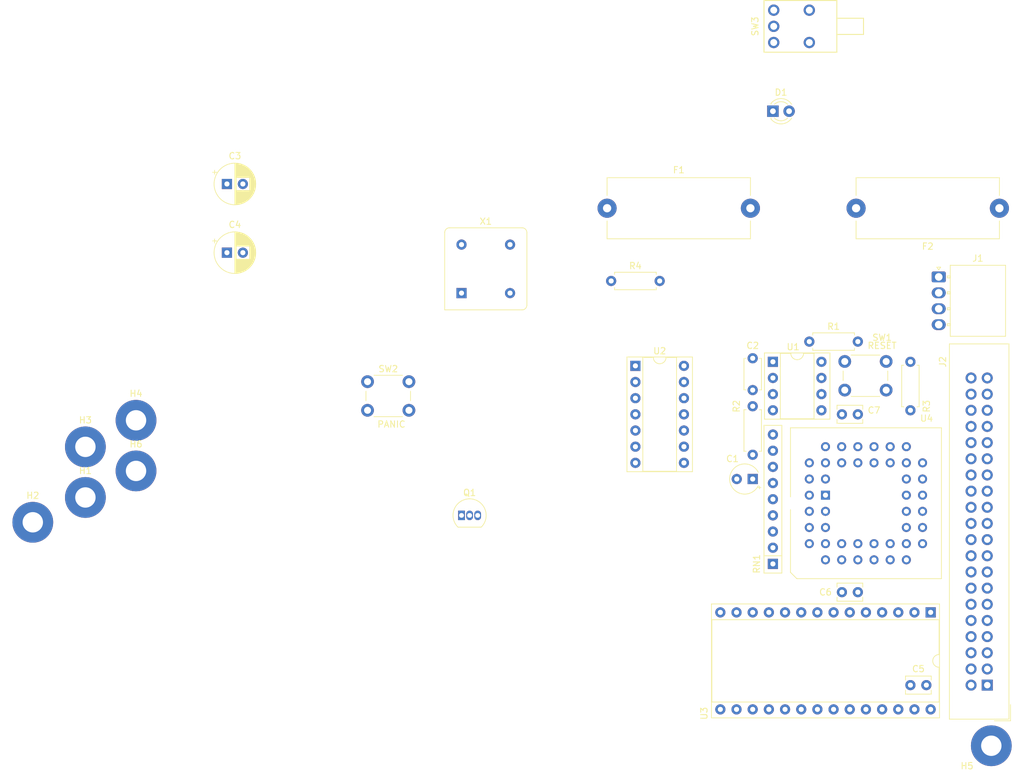
<source format=kicad_pcb>
(kicad_pcb (version 20171130) (host pcbnew 5.1.2-f72e74a~84~ubuntu18.04.1)

  (general
    (thickness 1.6)
    (drawings 0)
    (tracks 0)
    (zones 0)
    (modules 32)
    (nets 75)
  )

  (page A4)
  (layers
    (0 F.Cu signal)
    (1 GND power)
    (2 VCC power)
    (31 B.Cu signal)
    (33 F.Adhes user)
    (35 F.Paste user)
    (37 F.SilkS user)
    (39 F.Mask user)
    (40 Dwgs.User user)
    (41 Cmts.User user)
    (42 Eco1.User user)
    (43 Eco2.User user)
    (44 Edge.Cuts user)
    (45 Margin user)
    (46 B.CrtYd user)
    (47 F.CrtYd user)
    (49 F.Fab user)
  )

  (setup
    (last_trace_width 0.15)
    (trace_clearance 0.15)
    (zone_clearance 0.508)
    (zone_45_only no)
    (trace_min 0.125)
    (via_size 0.5)
    (via_drill 0.3)
    (via_min_size 0.4)
    (via_min_drill 0.3)
    (blind_buried_vias_allowed yes)
    (uvia_size 0.3)
    (uvia_drill 0.1)
    (uvias_allowed no)
    (uvia_min_size 0.2)
    (uvia_min_drill 0.1)
    (edge_width 0.05)
    (segment_width 0.2)
    (pcb_text_width 0.3)
    (pcb_text_size 1.5 1.5)
    (mod_edge_width 0.12)
    (mod_text_size 1 1)
    (mod_text_width 0.15)
    (pad_size 1.524 1.524)
    (pad_drill 0.762)
    (pad_to_mask_clearance 0.051)
    (solder_mask_min_width 0.25)
    (aux_axis_origin 0 0)
    (visible_elements FFFFFF7F)
    (pcbplotparams
      (layerselection 0x010fc_ffffffff)
      (usegerberextensions false)
      (usegerberattributes false)
      (usegerberadvancedattributes false)
      (creategerberjobfile false)
      (excludeedgelayer true)
      (linewidth 0.100000)
      (plotframeref false)
      (viasonmask false)
      (mode 1)
      (useauxorigin false)
      (hpglpennumber 1)
      (hpglpenspeed 20)
      (hpglpendiameter 15.000000)
      (psnegative false)
      (psa4output false)
      (plotreference true)
      (plotvalue true)
      (plotinvisibletext false)
      (padsonsilk false)
      (subtractmaskfromsilk false)
      (outputformat 1)
      (mirror false)
      (drillshape 1)
      (scaleselection 1)
      (outputdirectory ""))
  )

  (net 0 "")
  (net 1 "Net-(C1-Pad1)")
  (net 2 GND)
  (net 3 "Net-(C2-Pad1)")
  (net 4 +5V)
  (net 5 "Net-(C4-Pad1)")
  (net 6 VCC)
  (net 7 "Net-(D1-Pad2)")
  (net 8 "/Power and glue/POWER_IN")
  (net 9 "Net-(J1-Pad4)")
  (net 10 "/CPU, ROM and RAM/D0")
  (net 11 "/CPU, ROM and RAM/A0")
  (net 12 "/CPU, ROM and RAM/D1")
  (net 13 "/CPU, ROM and RAM/A1")
  (net 14 "/CPU, ROM and RAM/D2")
  (net 15 "/CPU, ROM and RAM/A2")
  (net 16 "/CPU, ROM and RAM/D3")
  (net 17 "/CPU, ROM and RAM/A3")
  (net 18 "/CPU, ROM and RAM/D4")
  (net 19 "/CPU, ROM and RAM/A4")
  (net 20 "/CPU, ROM and RAM/D5")
  (net 21 "/CPU, ROM and RAM/A5")
  (net 22 "/CPU, ROM and RAM/D6")
  (net 23 "/CPU, ROM and RAM/A6")
  (net 24 "/CPU, ROM and RAM/D7")
  (net 25 "/CPU, ROM and RAM/A7")
  (net 26 "Net-(J2-Pad19)")
  (net 27 "/CPU, ROM and RAM/A8")
  (net 28 "Net-(J2-Pad21)")
  (net 29 "/CPU, ROM and RAM/A9")
  (net 30 "Net-(J2-Pad23)")
  (net 31 "/CPU, ROM and RAM/A10")
  (net 32 "Net-(J2-Pad25)")
  (net 33 "/CPU, ROM and RAM/A11")
  (net 34 "Net-(J2-Pad27)")
  (net 35 "/CPU, ROM and RAM/A12")
  (net 36 "Net-(J2-Pad29)")
  (net 37 "/CPU, ROM and RAM/A13")
  (net 38 "Net-(J2-Pad31)")
  (net 39 "/CPU, ROM and RAM/A14")
  (net 40 "Net-(J2-Pad33)")
  (net 41 "/CPU, ROM and RAM/A15")
  (net 42 "Net-(J2-Pad35)")
  (net 43 "Net-(J2-Pad36)")
  (net 44 "Net-(J2-Pad37)")
  (net 45 "Net-(J2-Pad38)")
  (net 46 "/CPU, ROM and RAM/~NMI")
  (net 47 "Net-(R1-Pad2)")
  (net 48 "Net-(R2-Pad1)")
  (net 49 "/Power and glue/RES")
  (net 50 "/Power and glue/~PWR")
  (net 51 "/CPU, ROM and RAM/~ABT")
  (net 52 "/CPU, ROM and RAM/RDY")
  (net 53 "/CPU, ROM and RAM/BE")
  (net 54 "/CPU, ROM and RAM/~IRQ")
  (net 55 "/Power and glue/~KS")
  (net 56 "Net-(SW3-Pad3)")
  (net 57 "Net-(U2-Pad8)")
  (net 58 "Net-(U2-Pad2)")
  (net 59 "Net-(U2-Pad9)")
  (net 60 "Net-(U2-Pad3)")
  (net 61 "/CPU, ROM and RAM/CLK")
  (net 62 "Net-(U3-Pad20)")
  (net 63 "Net-(U3-Pad22)")
  (net 64 "Net-(U3-Pad23)")
  (net 65 "Net-(U3-Pad27)")
  (net 66 "Net-(U4-Pad43)")
  (net 67 "Net-(U4-Pad2)")
  (net 68 "Net-(U4-Pad6)")
  (net 69 "Net-(U4-Pad42)")
  (net 70 "Net-(U4-Pad8)")
  (net 71 "Net-(U4-Pad12)")
  (net 72 "Net-(U4-Pad38)")
  (net 73 "Net-(U4-Pad39)")
  (net 74 "Net-(X1-Pad1)")

  (net_class Default "This is the default net class."
    (clearance 0.15)
    (trace_width 0.15)
    (via_dia 0.5)
    (via_drill 0.3)
    (uvia_dia 0.3)
    (uvia_drill 0.1)
    (add_net +5V)
    (add_net "/CPU, ROM and RAM/A0")
    (add_net "/CPU, ROM and RAM/A1")
    (add_net "/CPU, ROM and RAM/A10")
    (add_net "/CPU, ROM and RAM/A11")
    (add_net "/CPU, ROM and RAM/A12")
    (add_net "/CPU, ROM and RAM/A13")
    (add_net "/CPU, ROM and RAM/A14")
    (add_net "/CPU, ROM and RAM/A15")
    (add_net "/CPU, ROM and RAM/A2")
    (add_net "/CPU, ROM and RAM/A3")
    (add_net "/CPU, ROM and RAM/A4")
    (add_net "/CPU, ROM and RAM/A5")
    (add_net "/CPU, ROM and RAM/A6")
    (add_net "/CPU, ROM and RAM/A7")
    (add_net "/CPU, ROM and RAM/A8")
    (add_net "/CPU, ROM and RAM/A9")
    (add_net "/CPU, ROM and RAM/BE")
    (add_net "/CPU, ROM and RAM/CLK")
    (add_net "/CPU, ROM and RAM/D0")
    (add_net "/CPU, ROM and RAM/D1")
    (add_net "/CPU, ROM and RAM/D2")
    (add_net "/CPU, ROM and RAM/D3")
    (add_net "/CPU, ROM and RAM/D4")
    (add_net "/CPU, ROM and RAM/D5")
    (add_net "/CPU, ROM and RAM/D6")
    (add_net "/CPU, ROM and RAM/D7")
    (add_net "/CPU, ROM and RAM/RDY")
    (add_net "/CPU, ROM and RAM/~ABT")
    (add_net "/CPU, ROM and RAM/~IRQ")
    (add_net "/CPU, ROM and RAM/~NMI")
    (add_net "/Power and glue/POWER_IN")
    (add_net "/Power and glue/RES")
    (add_net "/Power and glue/~KS")
    (add_net "/Power and glue/~PWR")
    (add_net GND)
    (add_net "Net-(C1-Pad1)")
    (add_net "Net-(C2-Pad1)")
    (add_net "Net-(C4-Pad1)")
    (add_net "Net-(D1-Pad2)")
    (add_net "Net-(J1-Pad4)")
    (add_net "Net-(J2-Pad19)")
    (add_net "Net-(J2-Pad21)")
    (add_net "Net-(J2-Pad23)")
    (add_net "Net-(J2-Pad25)")
    (add_net "Net-(J2-Pad27)")
    (add_net "Net-(J2-Pad29)")
    (add_net "Net-(J2-Pad31)")
    (add_net "Net-(J2-Pad33)")
    (add_net "Net-(J2-Pad35)")
    (add_net "Net-(J2-Pad36)")
    (add_net "Net-(J2-Pad37)")
    (add_net "Net-(J2-Pad38)")
    (add_net "Net-(R1-Pad2)")
    (add_net "Net-(R2-Pad1)")
    (add_net "Net-(SW3-Pad3)")
    (add_net "Net-(U2-Pad2)")
    (add_net "Net-(U2-Pad3)")
    (add_net "Net-(U2-Pad8)")
    (add_net "Net-(U2-Pad9)")
    (add_net "Net-(U3-Pad20)")
    (add_net "Net-(U3-Pad22)")
    (add_net "Net-(U3-Pad23)")
    (add_net "Net-(U3-Pad27)")
    (add_net "Net-(U4-Pad12)")
    (add_net "Net-(U4-Pad2)")
    (add_net "Net-(U4-Pad38)")
    (add_net "Net-(U4-Pad39)")
    (add_net "Net-(U4-Pad42)")
    (add_net "Net-(U4-Pad43)")
    (add_net "Net-(U4-Pad6)")
    (add_net "Net-(U4-Pad8)")
    (add_net "Net-(X1-Pad1)")
    (add_net VCC)
  )

  (net_class GND ""
    (clearance 0.15)
    (trace_width 0.15)
    (via_dia 0.5)
    (via_drill 0.3)
    (uvia_dia 0.3)
    (uvia_drill 0.1)
  )

  (net_class PWR_IN ""
    (clearance 0.5)
    (trace_width 1)
    (via_dia 0.5)
    (via_drill 0.3)
    (uvia_dia 0.3)
    (uvia_drill 0.1)
  )

  (net_class VCC ""
    (clearance 0.15)
    (trace_width 0.15)
    (via_dia 0.5)
    (via_drill 0.3)
    (uvia_dia 0.3)
    (uvia_drill 0.1)
  )

  (module Capacitor_THT:CP_Radial_Tantal_D4.5mm_P2.50mm (layer F.Cu) (tedit 5AE50EF0) (tstamp 5D253EDA)
    (at 191.77 112.395 180)
    (descr "CP, Radial_Tantal series, Radial, pin pitch=2.50mm, , diameter=4.5mm, Tantal Electrolytic Capacitor, http://cdn-reichelt.de/documents/datenblatt/B300/TANTAL-TB-Serie%23.pdf")
    (tags "CP Radial_Tantal series Radial pin pitch 2.50mm  diameter 4.5mm Tantal Electrolytic Capacitor")
    (path /5D10A452/5D10D4CC)
    (fp_text reference C1 (at 3.175 3.175) (layer F.SilkS)
      (effects (font (size 1 1) (thickness 0.15)))
    )
    (fp_text value 15uF (at 5.08 -3.175) (layer F.Fab)
      (effects (font (size 1 1) (thickness 0.15)))
    )
    (fp_arc (start 1.25 0) (end -0.869741 -1.06) (angle 306.864288) (layer F.SilkS) (width 0.12))
    (fp_circle (center 1.25 0) (end 3.5 0) (layer F.Fab) (width 0.1))
    (fp_circle (center 1.25 0) (end 3.78 0) (layer F.CrtYd) (width 0.05))
    (fp_line (start -0.66808 -0.9775) (end -0.21808 -0.9775) (layer F.Fab) (width 0.1))
    (fp_line (start -0.44308 -1.2025) (end -0.44308 -0.7525) (layer F.Fab) (width 0.1))
    (fp_line (start -1.287288 -1.335) (end -0.837288 -1.335) (layer F.SilkS) (width 0.12))
    (fp_line (start -1.062288 -1.56) (end -1.062288 -1.11) (layer F.SilkS) (width 0.12))
    (fp_text user %R (at 1.25 0) (layer F.Fab)
      (effects (font (size 0.9 0.9) (thickness 0.135)))
    )
    (pad 1 thru_hole rect (at 0 0 180) (size 1.6 1.6) (drill 0.8) (layers *.Cu *.Mask)
      (net 1 "Net-(C1-Pad1)"))
    (pad 2 thru_hole circle (at 2.5 0 180) (size 1.6 1.6) (drill 0.8) (layers *.Cu *.Mask)
      (net 2 GND))
    (model ${KISYS3DMOD}/Capacitor_THT.3dshapes/CP_Radial_Tantal_D4.5mm_P2.50mm.wrl
      (at (xyz 0 0 0))
      (scale (xyz 1 1 1))
      (rotate (xyz 0 0 0))
    )
  )

  (module Capacitor_THT:C_Disc_D4.7mm_W2.5mm_P5.00mm (layer F.Cu) (tedit 5AE50EF0) (tstamp 5D158074)
    (at 191.77 93.425 270)
    (descr "C, Disc series, Radial, pin pitch=5.00mm, , diameter*width=4.7*2.5mm^2, Capacitor, http://www.vishay.com/docs/45233/krseries.pdf")
    (tags "C Disc series Radial pin pitch 5.00mm  diameter 4.7mm width 2.5mm Capacitor")
    (path /5D10A452/5D10DB99)
    (fp_text reference C2 (at -1.985 0 180) (layer F.SilkS)
      (effects (font (size 1 1) (thickness 0.15)))
    )
    (fp_text value 0.1uF (at 2.5 2.5 90) (layer F.Fab)
      (effects (font (size 1 1) (thickness 0.15)))
    )
    (fp_line (start 0.15 -1.25) (end 0.15 1.25) (layer F.Fab) (width 0.1))
    (fp_line (start 0.15 1.25) (end 4.85 1.25) (layer F.Fab) (width 0.1))
    (fp_line (start 4.85 1.25) (end 4.85 -1.25) (layer F.Fab) (width 0.1))
    (fp_line (start 4.85 -1.25) (end 0.15 -1.25) (layer F.Fab) (width 0.1))
    (fp_line (start 0.03 -1.37) (end 4.97 -1.37) (layer F.SilkS) (width 0.12))
    (fp_line (start 0.03 1.37) (end 4.97 1.37) (layer F.SilkS) (width 0.12))
    (fp_line (start 0.03 -1.37) (end 0.03 -1.055) (layer F.SilkS) (width 0.12))
    (fp_line (start 0.03 1.055) (end 0.03 1.37) (layer F.SilkS) (width 0.12))
    (fp_line (start 4.97 -1.37) (end 4.97 -1.055) (layer F.SilkS) (width 0.12))
    (fp_line (start 4.97 1.055) (end 4.97 1.37) (layer F.SilkS) (width 0.12))
    (fp_line (start -1.05 -1.5) (end -1.05 1.5) (layer F.CrtYd) (width 0.05))
    (fp_line (start -1.05 1.5) (end 6.05 1.5) (layer F.CrtYd) (width 0.05))
    (fp_line (start 6.05 1.5) (end 6.05 -1.5) (layer F.CrtYd) (width 0.05))
    (fp_line (start 6.05 -1.5) (end -1.05 -1.5) (layer F.CrtYd) (width 0.05))
    (fp_text user %R (at 2.5 0 90) (layer F.Fab)
      (effects (font (size 0.94 0.94) (thickness 0.141)))
    )
    (pad 1 thru_hole circle (at 0 0 270) (size 1.6 1.6) (drill 0.8) (layers *.Cu *.Mask)
      (net 3 "Net-(C2-Pad1)"))
    (pad 2 thru_hole circle (at 5 0 270) (size 1.6 1.6) (drill 0.8) (layers *.Cu *.Mask)
      (net 2 GND))
    (model ${KISYS3DMOD}/Capacitor_THT.3dshapes/C_Disc_D4.7mm_W2.5mm_P5.00mm.wrl
      (at (xyz 0 0 0))
      (scale (xyz 1 1 1))
      (rotate (xyz 0 0 0))
    )
  )

  (module LED_THT:LED_D3.0mm (layer F.Cu) (tedit 587A3A7B) (tstamp 5D158114)
    (at 194.945 54.61)
    (descr "LED, diameter 3.0mm, 2 pins")
    (tags "LED diameter 3.0mm 2 pins")
    (path /5D10A452/5D1BB5A9)
    (fp_text reference D1 (at 1.27 -2.96) (layer F.SilkS)
      (effects (font (size 1 1) (thickness 0.15)))
    )
    (fp_text value LED (at 1.27 2.96) (layer F.Fab)
      (effects (font (size 1 1) (thickness 0.15)))
    )
    (fp_arc (start 1.27 0) (end -0.23 -1.16619) (angle 284.3) (layer F.Fab) (width 0.1))
    (fp_arc (start 1.27 0) (end -0.29 -1.235516) (angle 108.8) (layer F.SilkS) (width 0.12))
    (fp_arc (start 1.27 0) (end -0.29 1.235516) (angle -108.8) (layer F.SilkS) (width 0.12))
    (fp_arc (start 1.27 0) (end 0.229039 -1.08) (angle 87.9) (layer F.SilkS) (width 0.12))
    (fp_arc (start 1.27 0) (end 0.229039 1.08) (angle -87.9) (layer F.SilkS) (width 0.12))
    (fp_circle (center 1.27 0) (end 2.77 0) (layer F.Fab) (width 0.1))
    (fp_line (start -0.23 -1.16619) (end -0.23 1.16619) (layer F.Fab) (width 0.1))
    (fp_line (start -0.29 -1.236) (end -0.29 -1.08) (layer F.SilkS) (width 0.12))
    (fp_line (start -0.29 1.08) (end -0.29 1.236) (layer F.SilkS) (width 0.12))
    (fp_line (start -1.15 -2.25) (end -1.15 2.25) (layer F.CrtYd) (width 0.05))
    (fp_line (start -1.15 2.25) (end 3.7 2.25) (layer F.CrtYd) (width 0.05))
    (fp_line (start 3.7 2.25) (end 3.7 -2.25) (layer F.CrtYd) (width 0.05))
    (fp_line (start 3.7 -2.25) (end -1.15 -2.25) (layer F.CrtYd) (width 0.05))
    (pad 1 thru_hole rect (at 0 0) (size 1.8 1.8) (drill 0.9) (layers *.Cu *.Mask)
      (net 2 GND))
    (pad 2 thru_hole circle (at 2.54 0) (size 1.8 1.8) (drill 0.9) (layers *.Cu *.Mask)
      (net 7 "Net-(D1-Pad2)"))
    (model ${KISYS3DMOD}/LED_THT.3dshapes/LED_D3.0mm.wrl
      (at (xyz 0 0 0))
      (scale (xyz 1 1 1))
      (rotate (xyz 0 0 0))
    )
  )

  (module Fuse:Fuseholder_Cylinder-5x20mm_Schurter_0031_8201_Horizontal_Open (layer F.Cu) (tedit 5C39E22F) (tstamp 5D15812E)
    (at 168.91 69.85)
    (descr "Fuseholder horizontal open 5x20 Schurter 0031.8201, https://www.schurter.com/en/datasheet/typ_OGN.pdf")
    (tags "Fuseholder horizontal open 5x20 Schurter 0031.8201")
    (path /5D10A452/5D1BACA4)
    (fp_text reference F1 (at 11.25 -6) (layer F.SilkS)
      (effects (font (size 1 1) (thickness 0.15)))
    )
    (fp_text value 200mA (at 11.25 6) (layer F.Fab)
      (effects (font (size 1 1) (thickness 0.15)))
    )
    (fp_text user %R (at 11.25 4) (layer F.Fab)
      (effects (font (size 1 1) (thickness 0.15)))
    )
    (fp_line (start 0.1 -4.7) (end 0.1 4.7) (layer F.Fab) (width 0.1))
    (fp_line (start 0.1 4.7) (end 22.4 4.7) (layer F.Fab) (width 0.1))
    (fp_line (start 22.4 4.7) (end 22.4 -4.7) (layer F.Fab) (width 0.1))
    (fp_line (start 22.4 -4.7) (end 0.1 -4.7) (layer F.Fab) (width 0.1))
    (fp_line (start -0.25 5.05) (end -0.25 1.95) (layer F.CrtYd) (width 0.05))
    (fp_line (start 22.5 4.8) (end 22.5 2) (layer F.SilkS) (width 0.12))
    (fp_line (start 22.5 -2) (end 22.5 -4.8) (layer F.SilkS) (width 0.12))
    (fp_line (start 0 -2) (end 0 -4.8) (layer F.SilkS) (width 0.12))
    (fp_line (start 0 -4.8) (end 22.5 -4.8) (layer F.SilkS) (width 0.12))
    (fp_line (start 22.75 5.05) (end -0.25 5.05) (layer F.CrtYd) (width 0.05))
    (fp_line (start -0.25 -5.05) (end 22.75 -5.05) (layer F.CrtYd) (width 0.05))
    (fp_line (start 0 4.8) (end 22.5 4.8) (layer F.SilkS) (width 0.12))
    (fp_line (start -0.25 -1.95) (end -0.25 -5.05) (layer F.CrtYd) (width 0.05))
    (fp_line (start 22.75 -1.95) (end 22.75 -5.05) (layer F.CrtYd) (width 0.05))
    (fp_line (start 22.75 1.95) (end 22.75 5.05) (layer F.CrtYd) (width 0.05))
    (fp_line (start 0 4.8) (end 0 2) (layer F.SilkS) (width 0.12))
    (fp_arc (start 22.5 0) (end 22.75 -1.95) (angle 165.3) (layer F.CrtYd) (width 0.05))
    (fp_arc (start 0 0) (end -0.25 1.95) (angle 165.3) (layer F.CrtYd) (width 0.05))
    (pad 1 thru_hole circle (at 0 0) (size 3 3) (drill 1.3) (layers *.Cu *.Mask)
      (net 6 VCC))
    (pad 2 thru_hole circle (at 22.5 0) (size 3 3) (drill 1.3) (layers *.Cu *.Mask)
      (net 4 +5V))
    (pad "" np_thru_hole circle (at 11.25 0) (size 2.7 2.7) (drill 2.7) (layers *.Cu *.Mask))
    (model ${KISYS3DMOD}/Fuse.3dshapes/Fuseholder_Cylinder-5x20mm_Schurter_0031_8201_Horizontal_Open.wrl
      (at (xyz 0 0 0))
      (scale (xyz 1 1 1))
      (rotate (xyz 0 0 0))
    )
  )

  (module Fuse:Fuseholder_Cylinder-5x20mm_Schurter_0031_8201_Horizontal_Open (layer F.Cu) (tedit 5C39E22F) (tstamp 5D158148)
    (at 230.505 69.85 180)
    (descr "Fuseholder horizontal open 5x20 Schurter 0031.8201, https://www.schurter.com/en/datasheet/typ_OGN.pdf")
    (tags "Fuseholder horizontal open 5x20 Schurter 0031.8201")
    (path /5D10A452/5D1BAB84)
    (fp_text reference F2 (at 11.25 -6) (layer F.SilkS)
      (effects (font (size 1 1) (thickness 0.15)))
    )
    (fp_text value 1A (at 11.25 6) (layer F.Fab)
      (effects (font (size 1 1) (thickness 0.15)))
    )
    (fp_arc (start 0 0) (end -0.25 1.95) (angle 165.3) (layer F.CrtYd) (width 0.05))
    (fp_arc (start 22.5 0) (end 22.75 -1.95) (angle 165.3) (layer F.CrtYd) (width 0.05))
    (fp_line (start 0 4.8) (end 0 2) (layer F.SilkS) (width 0.12))
    (fp_line (start 22.75 1.95) (end 22.75 5.05) (layer F.CrtYd) (width 0.05))
    (fp_line (start 22.75 -1.95) (end 22.75 -5.05) (layer F.CrtYd) (width 0.05))
    (fp_line (start -0.25 -1.95) (end -0.25 -5.05) (layer F.CrtYd) (width 0.05))
    (fp_line (start 0 4.8) (end 22.5 4.8) (layer F.SilkS) (width 0.12))
    (fp_line (start -0.25 -5.05) (end 22.75 -5.05) (layer F.CrtYd) (width 0.05))
    (fp_line (start 22.75 5.05) (end -0.25 5.05) (layer F.CrtYd) (width 0.05))
    (fp_line (start 0 -4.8) (end 22.5 -4.8) (layer F.SilkS) (width 0.12))
    (fp_line (start 0 -2) (end 0 -4.8) (layer F.SilkS) (width 0.12))
    (fp_line (start 22.5 -2) (end 22.5 -4.8) (layer F.SilkS) (width 0.12))
    (fp_line (start 22.5 4.8) (end 22.5 2) (layer F.SilkS) (width 0.12))
    (fp_line (start -0.25 5.05) (end -0.25 1.95) (layer F.CrtYd) (width 0.05))
    (fp_line (start 22.4 -4.7) (end 0.1 -4.7) (layer F.Fab) (width 0.1))
    (fp_line (start 22.4 4.7) (end 22.4 -4.7) (layer F.Fab) (width 0.1))
    (fp_line (start 0.1 4.7) (end 22.4 4.7) (layer F.Fab) (width 0.1))
    (fp_line (start 0.1 -4.7) (end 0.1 4.7) (layer F.Fab) (width 0.1))
    (fp_text user %R (at 11.25 4) (layer F.Fab)
      (effects (font (size 1 1) (thickness 0.15)))
    )
    (pad "" np_thru_hole circle (at 11.25 0 180) (size 2.7 2.7) (drill 2.7) (layers *.Cu *.Mask))
    (pad 2 thru_hole circle (at 22.5 0 180) (size 3 3) (drill 1.3) (layers *.Cu *.Mask)
      (net 5 "Net-(C4-Pad1)"))
    (pad 1 thru_hole circle (at 0 0 180) (size 3 3) (drill 1.3) (layers *.Cu *.Mask)
      (net 8 "/Power and glue/POWER_IN"))
    (model ${KISYS3DMOD}/Fuse.3dshapes/Fuseholder_Cylinder-5x20mm_Schurter_0031_8201_Horizontal_Open.wrl
      (at (xyz 0 0 0))
      (scale (xyz 1 1 1))
      (rotate (xyz 0 0 0))
    )
  )

  (module MountingHole:MountingHole_3.2mm_M3_Pad (layer F.Cu) (tedit 56D1B4CB) (tstamp 5D158150)
    (at 86.995001 115.295001)
    (descr "Mounting Hole 3.2mm, M3")
    (tags "mounting hole 3.2mm m3")
    (path /5D10A452/5D2A33B9)
    (attr virtual)
    (fp_text reference H1 (at 0 -4.2) (layer F.SilkS)
      (effects (font (size 1 1) (thickness 0.15)))
    )
    (fp_text value MountingHole (at 0 4.2) (layer F.Fab)
      (effects (font (size 1 1) (thickness 0.15)))
    )
    (fp_circle (center 0 0) (end 3.45 0) (layer F.CrtYd) (width 0.05))
    (fp_circle (center 0 0) (end 3.2 0) (layer Cmts.User) (width 0.15))
    (fp_text user %R (at 0.3 0) (layer F.Fab)
      (effects (font (size 1 1) (thickness 0.15)))
    )
    (pad 1 thru_hole circle (at 0 0) (size 6.4 6.4) (drill 3.2) (layers *.Cu *.Mask))
  )

  (module MountingHole:MountingHole_3.2mm_M3_Pad (layer F.Cu) (tedit 56D1B4CB) (tstamp 5D158158)
    (at 78.735001 119.195001)
    (descr "Mounting Hole 3.2mm, M3")
    (tags "mounting hole 3.2mm m3")
    (path /5D10A452/5D2A481F)
    (attr virtual)
    (fp_text reference H2 (at 0 -4.2) (layer F.SilkS)
      (effects (font (size 1 1) (thickness 0.15)))
    )
    (fp_text value MountingHole (at 0 4.2) (layer F.Fab)
      (effects (font (size 1 1) (thickness 0.15)))
    )
    (fp_text user %R (at 0.3 0) (layer F.Fab)
      (effects (font (size 1 1) (thickness 0.15)))
    )
    (fp_circle (center 0 0) (end 3.2 0) (layer Cmts.User) (width 0.15))
    (fp_circle (center 0 0) (end 3.45 0) (layer F.CrtYd) (width 0.05))
    (pad 1 thru_hole circle (at 0 0) (size 6.4 6.4) (drill 3.2) (layers *.Cu *.Mask))
  )

  (module MountingHole:MountingHole_3.2mm_M3_Pad (layer F.Cu) (tedit 56D1B4CB) (tstamp 5D158160)
    (at 86.995001 107.345001)
    (descr "Mounting Hole 3.2mm, M3")
    (tags "mounting hole 3.2mm m3")
    (path /5D10A452/5D2A4D03)
    (attr virtual)
    (fp_text reference H3 (at 0 -4.2) (layer F.SilkS)
      (effects (font (size 1 1) (thickness 0.15)))
    )
    (fp_text value MountingHole (at 0 4.2) (layer F.Fab)
      (effects (font (size 1 1) (thickness 0.15)))
    )
    (fp_circle (center 0 0) (end 3.45 0) (layer F.CrtYd) (width 0.05))
    (fp_circle (center 0 0) (end 3.2 0) (layer Cmts.User) (width 0.15))
    (fp_text user %R (at 0.3 0) (layer F.Fab)
      (effects (font (size 1 1) (thickness 0.15)))
    )
    (pad 1 thru_hole circle (at 0 0) (size 6.4 6.4) (drill 3.2) (layers *.Cu *.Mask))
  )

  (module MountingHole:MountingHole_3.2mm_M3_Pad (layer F.Cu) (tedit 56D1B4CB) (tstamp 5D158168)
    (at 94.945001 103.175001)
    (descr "Mounting Hole 3.2mm, M3")
    (tags "mounting hole 3.2mm m3")
    (path /5D10A452/5D2A515B)
    (attr virtual)
    (fp_text reference H4 (at 0 -4.2) (layer F.SilkS)
      (effects (font (size 1 1) (thickness 0.15)))
    )
    (fp_text value MountingHole (at 0 4.2) (layer F.Fab)
      (effects (font (size 1 1) (thickness 0.15)))
    )
    (fp_text user %R (at 0.3 0) (layer F.Fab)
      (effects (font (size 1 1) (thickness 0.15)))
    )
    (fp_circle (center 0 0) (end 3.2 0) (layer Cmts.User) (width 0.15))
    (fp_circle (center 0 0) (end 3.45 0) (layer F.CrtYd) (width 0.05))
    (pad 1 thru_hole circle (at 0 0) (size 6.4 6.4) (drill 3.2) (layers *.Cu *.Mask))
  )

  (module MountingHole:MountingHole_3.2mm_M3_Pad (layer F.Cu) (tedit 56D1B4CB) (tstamp 5D1590B9)
    (at 229.235 154.305)
    (descr "Mounting Hole 3.2mm, M3")
    (tags "mounting hole 3.2mm m3")
    (path /5D10A452/5D2A562D)
    (attr virtual)
    (fp_text reference H5 (at -3.81 3.175) (layer F.SilkS)
      (effects (font (size 1 1) (thickness 0.15)))
    )
    (fp_text value MountingHole (at 0 4.2) (layer F.Fab)
      (effects (font (size 1 1) (thickness 0.15)))
    )
    (fp_circle (center 0 0) (end 3.45 0) (layer F.CrtYd) (width 0.05))
    (fp_circle (center 0 0) (end 3.2 0) (layer Cmts.User) (width 0.15))
    (fp_text user %R (at 0.3 0) (layer F.Fab)
      (effects (font (size 1 1) (thickness 0.15)))
    )
    (pad 1 thru_hole circle (at 0 0) (size 6.4 6.4) (drill 3.2) (layers *.Cu *.Mask))
  )

  (module MountingHole:MountingHole_3.2mm_M3_Pad (layer F.Cu) (tedit 56D1B4CB) (tstamp 5D158178)
    (at 94.945001 111.125001)
    (descr "Mounting Hole 3.2mm, M3")
    (tags "mounting hole 3.2mm m3")
    (path /5D10A452/5D2A5A6E)
    (attr virtual)
    (fp_text reference H6 (at 0 -4.2) (layer F.SilkS)
      (effects (font (size 1 1) (thickness 0.15)))
    )
    (fp_text value MountingHole (at 0 4.2) (layer F.Fab)
      (effects (font (size 1 1) (thickness 0.15)))
    )
    (fp_text user %R (at 0.3 0) (layer F.Fab)
      (effects (font (size 1 1) (thickness 0.15)))
    )
    (fp_circle (center 0 0) (end 3.2 0) (layer Cmts.User) (width 0.15))
    (fp_circle (center 0 0) (end 3.45 0) (layer F.CrtYd) (width 0.05))
    (pad 1 thru_hole circle (at 0 0) (size 6.4 6.4) (drill 3.2) (layers *.Cu *.Mask))
  )

  (module Connector_Molex:Molex_Nano-Fit_105313-xx04_1x04_P2.50mm_Horizontal (layer F.Cu) (tedit 5B782416) (tstamp 5D1581A5)
    (at 220.98 80.645)
    (descr "Molex Nano-Fit Power Connectors, 105313-xx04, 4 Pins per row (http://www.molex.com/pdm_docs/sd/1053131208_sd.pdf), generated with kicad-footprint-generator")
    (tags "connector Molex Nano-Fit top entry")
    (path /5D10A452/5D1B4FE2)
    (fp_text reference J1 (at 6.15 -2.92) (layer F.SilkS)
      (effects (font (size 1 1) (thickness 0.15)))
    )
    (fp_text value POWER_IN (at 6.15 3.81) (layer F.Fab)
      (effects (font (size 1 1) (thickness 0.15)))
    )
    (fp_line (start 1.92 -1.72) (end 1.92 9.22) (layer F.Fab) (width 0.1))
    (fp_line (start 1.92 9.22) (end 10.38 9.22) (layer F.Fab) (width 0.1))
    (fp_line (start 10.38 9.22) (end 10.38 -1.72) (layer F.Fab) (width 0.1))
    (fp_line (start 10.38 -1.72) (end 1.92 -1.72) (layer F.Fab) (width 0.1))
    (fp_line (start 1.81 -1.83) (end 1.81 9.33) (layer F.SilkS) (width 0.12))
    (fp_line (start 1.81 9.33) (end 10.49 9.33) (layer F.SilkS) (width 0.12))
    (fp_line (start 10.49 9.33) (end 10.49 -1.83) (layer F.SilkS) (width 0.12))
    (fp_line (start 10.49 -1.83) (end 1.81 -1.83) (layer F.SilkS) (width 0.12))
    (fp_line (start 1.81 0.15) (end 1.81 -0.15) (layer F.SilkS) (width 0.12))
    (fp_line (start 1.81 -0.15) (end 1.36 -0.15) (layer F.SilkS) (width 0.12))
    (fp_line (start 1.36 -0.15) (end 1.36 0.15) (layer F.SilkS) (width 0.12))
    (fp_line (start 1.36 0.15) (end 1.81 0.15) (layer F.SilkS) (width 0.12))
    (fp_line (start 1.81 2.65) (end 1.81 2.35) (layer F.SilkS) (width 0.12))
    (fp_line (start 1.81 2.35) (end 1.36 2.35) (layer F.SilkS) (width 0.12))
    (fp_line (start 1.36 2.35) (end 1.36 2.65) (layer F.SilkS) (width 0.12))
    (fp_line (start 1.36 2.65) (end 1.81 2.65) (layer F.SilkS) (width 0.12))
    (fp_line (start 1.81 5.15) (end 1.81 4.85) (layer F.SilkS) (width 0.12))
    (fp_line (start 1.81 4.85) (end 1.36 4.85) (layer F.SilkS) (width 0.12))
    (fp_line (start 1.36 4.85) (end 1.36 5.15) (layer F.SilkS) (width 0.12))
    (fp_line (start 1.36 5.15) (end 1.81 5.15) (layer F.SilkS) (width 0.12))
    (fp_line (start 1.81 7.65) (end 1.81 7.35) (layer F.SilkS) (width 0.12))
    (fp_line (start 1.81 7.35) (end 1.36 7.35) (layer F.SilkS) (width 0.12))
    (fp_line (start 1.36 7.35) (end 1.36 7.65) (layer F.SilkS) (width 0.12))
    (fp_line (start 1.36 7.65) (end 1.81 7.65) (layer F.SilkS) (width 0.12))
    (fp_line (start 0 -1.11) (end 0.3 -1.534264) (layer F.SilkS) (width 0.12))
    (fp_line (start 0.3 -1.534264) (end -0.3 -1.534264) (layer F.SilkS) (width 0.12))
    (fp_line (start -0.3 -1.534264) (end 0 -1.11) (layer F.SilkS) (width 0.12))
    (fp_line (start 0 -1.11) (end 0.3 -1.534264) (layer F.Fab) (width 0.1))
    (fp_line (start 0.3 -1.534264) (end -0.3 -1.534264) (layer F.Fab) (width 0.1))
    (fp_line (start -0.3 -1.534264) (end 0 -1.11) (layer F.Fab) (width 0.1))
    (fp_line (start -1.6 -2.22) (end -1.6 9.72) (layer F.CrtYd) (width 0.05))
    (fp_line (start -1.6 9.72) (end 10.88 9.72) (layer F.CrtYd) (width 0.05))
    (fp_line (start 10.88 9.72) (end 10.88 -2.22) (layer F.CrtYd) (width 0.05))
    (fp_line (start 10.88 -2.22) (end -1.6 -2.22) (layer F.CrtYd) (width 0.05))
    (fp_text user %R (at 6.15 8.52) (layer F.Fab)
      (effects (font (size 1 1) (thickness 0.15)))
    )
    (pad 1 thru_hole roundrect (at 0 0) (size 2.2 1.7) (drill 1.2) (layers *.Cu *.Mask) (roundrect_rratio 0.147059)
      (net 8 "/Power and glue/POWER_IN"))
    (pad 2 thru_hole oval (at 0 2.5) (size 2.2 1.7) (drill 1.2) (layers *.Cu *.Mask)
      (net 2 GND))
    (pad 3 thru_hole oval (at 0 5) (size 2.2 1.7) (drill 1.2) (layers *.Cu *.Mask)
      (net 2 GND))
    (pad 4 thru_hole oval (at 0 7.5) (size 2.2 1.7) (drill 1.2) (layers *.Cu *.Mask)
      (net 9 "Net-(J1-Pad4)"))
    (pad "" np_thru_hole circle (at 7.18 0) (size 1.7 1.7) (drill 1.7) (layers *.Cu *.Mask))
    (pad "" np_thru_hole circle (at 7.18 7.5) (size 1.7 1.7) (drill 1.7) (layers *.Cu *.Mask))
    (model ${KISYS3DMOD}/Connector_Molex.3dshapes/Molex_Nano-Fit_105313-xx04_1x04_P2.50mm_Horizontal.wrl
      (at (xyz 0 0 0))
      (scale (xyz 1 1 1))
      (rotate (xyz 0 0 0))
    )
  )

  (module Connector_IDC:IDC-Header_2x20_P2.54mm_Vertical (layer F.Cu) (tedit 59DE12BE) (tstamp 5D1581EB)
    (at 228.6 144.78 180)
    (descr "Through hole straight IDC box header, 2x20, 2.54mm pitch, double rows")
    (tags "Through hole IDC box header THT 2x20 2.54mm double row")
    (path /5D100144/5D101C65)
    (fp_text reference J2 (at 6.985 50.8 90) (layer F.SilkS)
      (effects (font (size 1 1) (thickness 0.15)))
    )
    (fp_text value "Expansion Bus" (at -1.905 43.815 90) (layer F.Fab)
      (effects (font (size 1 1) (thickness 0.15)))
    )
    (fp_text user %R (at 1.27 24.13) (layer F.Fab)
      (effects (font (size 1 1) (thickness 0.15)))
    )
    (fp_line (start 5.695 -5.1) (end 5.695 53.36) (layer F.Fab) (width 0.1))
    (fp_line (start 5.145 -4.56) (end 5.145 52.8) (layer F.Fab) (width 0.1))
    (fp_line (start -3.155 -5.1) (end -3.155 53.36) (layer F.Fab) (width 0.1))
    (fp_line (start -2.605 -4.56) (end -2.605 21.88) (layer F.Fab) (width 0.1))
    (fp_line (start -2.605 26.38) (end -2.605 52.8) (layer F.Fab) (width 0.1))
    (fp_line (start -2.605 21.88) (end -3.155 21.88) (layer F.Fab) (width 0.1))
    (fp_line (start -2.605 26.38) (end -3.155 26.38) (layer F.Fab) (width 0.1))
    (fp_line (start 5.695 -5.1) (end -3.155 -5.1) (layer F.Fab) (width 0.1))
    (fp_line (start 5.145 -4.56) (end -2.605 -4.56) (layer F.Fab) (width 0.1))
    (fp_line (start 5.695 53.36) (end -3.155 53.36) (layer F.Fab) (width 0.1))
    (fp_line (start 5.145 52.8) (end -2.605 52.8) (layer F.Fab) (width 0.1))
    (fp_line (start 5.695 -5.1) (end 5.145 -4.56) (layer F.Fab) (width 0.1))
    (fp_line (start 5.695 53.36) (end 5.145 52.8) (layer F.Fab) (width 0.1))
    (fp_line (start -3.155 -5.1) (end -2.605 -4.56) (layer F.Fab) (width 0.1))
    (fp_line (start -3.155 53.36) (end -2.605 52.8) (layer F.Fab) (width 0.1))
    (fp_line (start 5.95 -5.35) (end 5.95 53.61) (layer F.CrtYd) (width 0.05))
    (fp_line (start 5.95 53.61) (end -3.41 53.61) (layer F.CrtYd) (width 0.05))
    (fp_line (start -3.41 53.61) (end -3.41 -5.35) (layer F.CrtYd) (width 0.05))
    (fp_line (start -3.41 -5.35) (end 5.95 -5.35) (layer F.CrtYd) (width 0.05))
    (fp_line (start 5.945 -5.35) (end 5.945 53.61) (layer F.SilkS) (width 0.12))
    (fp_line (start 5.945 53.61) (end -3.405 53.61) (layer F.SilkS) (width 0.12))
    (fp_line (start -3.405 53.61) (end -3.405 -5.35) (layer F.SilkS) (width 0.12))
    (fp_line (start -3.405 -5.35) (end 5.945 -5.35) (layer F.SilkS) (width 0.12))
    (fp_line (start -3.655 -5.6) (end -3.655 -3.06) (layer F.SilkS) (width 0.12))
    (fp_line (start -3.655 -5.6) (end -1.115 -5.6) (layer F.SilkS) (width 0.12))
    (pad 1 thru_hole rect (at 0 0 180) (size 1.7272 1.7272) (drill 1.016) (layers *.Cu *.Mask)
      (net 6 VCC))
    (pad 2 thru_hole oval (at 2.54 0 180) (size 1.7272 1.7272) (drill 1.016) (layers *.Cu *.Mask)
      (net 6 VCC))
    (pad 3 thru_hole oval (at 0 2.54 180) (size 1.7272 1.7272) (drill 1.016) (layers *.Cu *.Mask)
      (net 10 "/CPU, ROM and RAM/D0"))
    (pad 4 thru_hole oval (at 2.54 2.54 180) (size 1.7272 1.7272) (drill 1.016) (layers *.Cu *.Mask)
      (net 11 "/CPU, ROM and RAM/A0"))
    (pad 5 thru_hole oval (at 0 5.08 180) (size 1.7272 1.7272) (drill 1.016) (layers *.Cu *.Mask)
      (net 12 "/CPU, ROM and RAM/D1"))
    (pad 6 thru_hole oval (at 2.54 5.08 180) (size 1.7272 1.7272) (drill 1.016) (layers *.Cu *.Mask)
      (net 13 "/CPU, ROM and RAM/A1"))
    (pad 7 thru_hole oval (at 0 7.62 180) (size 1.7272 1.7272) (drill 1.016) (layers *.Cu *.Mask)
      (net 14 "/CPU, ROM and RAM/D2"))
    (pad 8 thru_hole oval (at 2.54 7.62 180) (size 1.7272 1.7272) (drill 1.016) (layers *.Cu *.Mask)
      (net 15 "/CPU, ROM and RAM/A2"))
    (pad 9 thru_hole oval (at 0 10.16 180) (size 1.7272 1.7272) (drill 1.016) (layers *.Cu *.Mask)
      (net 16 "/CPU, ROM and RAM/D3"))
    (pad 10 thru_hole oval (at 2.54 10.16 180) (size 1.7272 1.7272) (drill 1.016) (layers *.Cu *.Mask)
      (net 17 "/CPU, ROM and RAM/A3"))
    (pad 11 thru_hole oval (at 0 12.7 180) (size 1.7272 1.7272) (drill 1.016) (layers *.Cu *.Mask)
      (net 18 "/CPU, ROM and RAM/D4"))
    (pad 12 thru_hole oval (at 2.54 12.7 180) (size 1.7272 1.7272) (drill 1.016) (layers *.Cu *.Mask)
      (net 19 "/CPU, ROM and RAM/A4"))
    (pad 13 thru_hole oval (at 0 15.24 180) (size 1.7272 1.7272) (drill 1.016) (layers *.Cu *.Mask)
      (net 20 "/CPU, ROM and RAM/D5"))
    (pad 14 thru_hole oval (at 2.54 15.24 180) (size 1.7272 1.7272) (drill 1.016) (layers *.Cu *.Mask)
      (net 21 "/CPU, ROM and RAM/A5"))
    (pad 15 thru_hole oval (at 0 17.78 180) (size 1.7272 1.7272) (drill 1.016) (layers *.Cu *.Mask)
      (net 22 "/CPU, ROM and RAM/D6"))
    (pad 16 thru_hole oval (at 2.54 17.78 180) (size 1.7272 1.7272) (drill 1.016) (layers *.Cu *.Mask)
      (net 23 "/CPU, ROM and RAM/A6"))
    (pad 17 thru_hole oval (at 0 20.32 180) (size 1.7272 1.7272) (drill 1.016) (layers *.Cu *.Mask)
      (net 24 "/CPU, ROM and RAM/D7"))
    (pad 18 thru_hole oval (at 2.54 20.32 180) (size 1.7272 1.7272) (drill 1.016) (layers *.Cu *.Mask)
      (net 25 "/CPU, ROM and RAM/A7"))
    (pad 19 thru_hole oval (at 0 22.86 180) (size 1.7272 1.7272) (drill 1.016) (layers *.Cu *.Mask)
      (net 26 "Net-(J2-Pad19)"))
    (pad 20 thru_hole oval (at 2.54 22.86 180) (size 1.7272 1.7272) (drill 1.016) (layers *.Cu *.Mask)
      (net 27 "/CPU, ROM and RAM/A8"))
    (pad 21 thru_hole oval (at 0 25.4 180) (size 1.7272 1.7272) (drill 1.016) (layers *.Cu *.Mask)
      (net 28 "Net-(J2-Pad21)"))
    (pad 22 thru_hole oval (at 2.54 25.4 180) (size 1.7272 1.7272) (drill 1.016) (layers *.Cu *.Mask)
      (net 29 "/CPU, ROM and RAM/A9"))
    (pad 23 thru_hole oval (at 0 27.94 180) (size 1.7272 1.7272) (drill 1.016) (layers *.Cu *.Mask)
      (net 30 "Net-(J2-Pad23)"))
    (pad 24 thru_hole oval (at 2.54 27.94 180) (size 1.7272 1.7272) (drill 1.016) (layers *.Cu *.Mask)
      (net 31 "/CPU, ROM and RAM/A10"))
    (pad 25 thru_hole oval (at 0 30.48 180) (size 1.7272 1.7272) (drill 1.016) (layers *.Cu *.Mask)
      (net 32 "Net-(J2-Pad25)"))
    (pad 26 thru_hole oval (at 2.54 30.48 180) (size 1.7272 1.7272) (drill 1.016) (layers *.Cu *.Mask)
      (net 33 "/CPU, ROM and RAM/A11"))
    (pad 27 thru_hole oval (at 0 33.02 180) (size 1.7272 1.7272) (drill 1.016) (layers *.Cu *.Mask)
      (net 34 "Net-(J2-Pad27)"))
    (pad 28 thru_hole oval (at 2.54 33.02 180) (size 1.7272 1.7272) (drill 1.016) (layers *.Cu *.Mask)
      (net 35 "/CPU, ROM and RAM/A12"))
    (pad 29 thru_hole oval (at 0 35.56 180) (size 1.7272 1.7272) (drill 1.016) (layers *.Cu *.Mask)
      (net 36 "Net-(J2-Pad29)"))
    (pad 30 thru_hole oval (at 2.54 35.56 180) (size 1.7272 1.7272) (drill 1.016) (layers *.Cu *.Mask)
      (net 37 "/CPU, ROM and RAM/A13"))
    (pad 31 thru_hole oval (at 0 38.1 180) (size 1.7272 1.7272) (drill 1.016) (layers *.Cu *.Mask)
      (net 38 "Net-(J2-Pad31)"))
    (pad 32 thru_hole oval (at 2.54 38.1 180) (size 1.7272 1.7272) (drill 1.016) (layers *.Cu *.Mask)
      (net 39 "/CPU, ROM and RAM/A14"))
    (pad 33 thru_hole oval (at 0 40.64 180) (size 1.7272 1.7272) (drill 1.016) (layers *.Cu *.Mask)
      (net 40 "Net-(J2-Pad33)"))
    (pad 34 thru_hole oval (at 2.54 40.64 180) (size 1.7272 1.7272) (drill 1.016) (layers *.Cu *.Mask)
      (net 41 "/CPU, ROM and RAM/A15"))
    (pad 35 thru_hole oval (at 0 43.18 180) (size 1.7272 1.7272) (drill 1.016) (layers *.Cu *.Mask)
      (net 42 "Net-(J2-Pad35)"))
    (pad 36 thru_hole oval (at 2.54 43.18 180) (size 1.7272 1.7272) (drill 1.016) (layers *.Cu *.Mask)
      (net 43 "Net-(J2-Pad36)"))
    (pad 37 thru_hole oval (at 0 45.72 180) (size 1.7272 1.7272) (drill 1.016) (layers *.Cu *.Mask)
      (net 44 "Net-(J2-Pad37)"))
    (pad 38 thru_hole oval (at 2.54 45.72 180) (size 1.7272 1.7272) (drill 1.016) (layers *.Cu *.Mask)
      (net 45 "Net-(J2-Pad38)"))
    (pad 39 thru_hole oval (at 0 48.26 180) (size 1.7272 1.7272) (drill 1.016) (layers *.Cu *.Mask)
      (net 2 GND))
    (pad 40 thru_hole oval (at 2.54 48.26 180) (size 1.7272 1.7272) (drill 1.016) (layers *.Cu *.Mask)
      (net 2 GND))
    (model ${KISYS3DMOD}/Connector_IDC.3dshapes/IDC-Header_2x20_P2.54mm_Vertical.wrl
      (at (xyz 0 0 0))
      (scale (xyz 1 1 1))
      (rotate (xyz 0 0 0))
    )
  )

  (module Resistor_THT:R_Axial_DIN0207_L6.3mm_D2.5mm_P7.62mm_Horizontal (layer F.Cu) (tedit 5AE5139B) (tstamp 5D158214)
    (at 200.66 90.805)
    (descr "Resistor, Axial_DIN0207 series, Axial, Horizontal, pin pitch=7.62mm, 0.25W = 1/4W, length*diameter=6.3*2.5mm^2, http://cdn-reichelt.de/documents/datenblatt/B400/1_4W%23YAG.pdf")
    (tags "Resistor Axial_DIN0207 series Axial Horizontal pin pitch 7.62mm 0.25W = 1/4W length 6.3mm diameter 2.5mm")
    (path /5D10A452/5D10B4AA)
    (fp_text reference R1 (at 3.81 -2.37) (layer F.SilkS)
      (effects (font (size 1 1) (thickness 0.15)))
    )
    (fp_text value 22k (at 3.81 2.37) (layer F.Fab)
      (effects (font (size 1 1) (thickness 0.15)))
    )
    (fp_line (start 0.66 -1.25) (end 0.66 1.25) (layer F.Fab) (width 0.1))
    (fp_line (start 0.66 1.25) (end 6.96 1.25) (layer F.Fab) (width 0.1))
    (fp_line (start 6.96 1.25) (end 6.96 -1.25) (layer F.Fab) (width 0.1))
    (fp_line (start 6.96 -1.25) (end 0.66 -1.25) (layer F.Fab) (width 0.1))
    (fp_line (start 0 0) (end 0.66 0) (layer F.Fab) (width 0.1))
    (fp_line (start 7.62 0) (end 6.96 0) (layer F.Fab) (width 0.1))
    (fp_line (start 0.54 -1.04) (end 0.54 -1.37) (layer F.SilkS) (width 0.12))
    (fp_line (start 0.54 -1.37) (end 7.08 -1.37) (layer F.SilkS) (width 0.12))
    (fp_line (start 7.08 -1.37) (end 7.08 -1.04) (layer F.SilkS) (width 0.12))
    (fp_line (start 0.54 1.04) (end 0.54 1.37) (layer F.SilkS) (width 0.12))
    (fp_line (start 0.54 1.37) (end 7.08 1.37) (layer F.SilkS) (width 0.12))
    (fp_line (start 7.08 1.37) (end 7.08 1.04) (layer F.SilkS) (width 0.12))
    (fp_line (start -1.05 -1.5) (end -1.05 1.5) (layer F.CrtYd) (width 0.05))
    (fp_line (start -1.05 1.5) (end 8.67 1.5) (layer F.CrtYd) (width 0.05))
    (fp_line (start 8.67 1.5) (end 8.67 -1.5) (layer F.CrtYd) (width 0.05))
    (fp_line (start 8.67 -1.5) (end -1.05 -1.5) (layer F.CrtYd) (width 0.05))
    (fp_text user %R (at 3.81 0) (layer F.Fab)
      (effects (font (size 1 1) (thickness 0.15)))
    )
    (pad 1 thru_hole circle (at 0 0) (size 1.6 1.6) (drill 0.8) (layers *.Cu *.Mask)
      (net 6 VCC))
    (pad 2 thru_hole oval (at 7.62 0) (size 1.6 1.6) (drill 0.8) (layers *.Cu *.Mask)
      (net 47 "Net-(R1-Pad2)"))
    (model ${KISYS3DMOD}/Resistor_THT.3dshapes/R_Axial_DIN0207_L6.3mm_D2.5mm_P7.62mm_Horizontal.wrl
      (at (xyz 0 0 0))
      (scale (xyz 1 1 1))
      (rotate (xyz 0 0 0))
    )
  )

  (module Resistor_THT:R_Axial_DIN0207_L6.3mm_D2.5mm_P7.62mm_Horizontal (layer F.Cu) (tedit 5AE5139B) (tstamp 5D15822B)
    (at 191.77 100.965 270)
    (descr "Resistor, Axial_DIN0207 series, Axial, Horizontal, pin pitch=7.62mm, 0.25W = 1/4W, length*diameter=6.3*2.5mm^2, http://cdn-reichelt.de/documents/datenblatt/B400/1_4W%23YAG.pdf")
    (tags "Resistor Axial_DIN0207 series Axial Horizontal pin pitch 7.62mm 0.25W = 1/4W length 6.3mm diameter 2.5mm")
    (path /5D10A452/5D10B78D)
    (fp_text reference R2 (at 0 2.54 90) (layer F.SilkS)
      (effects (font (size 1 1) (thickness 0.15)))
    )
    (fp_text value 470 (at 3.81 2.37 90) (layer F.Fab)
      (effects (font (size 1 1) (thickness 0.15)))
    )
    (fp_line (start 0.66 -1.25) (end 0.66 1.25) (layer F.Fab) (width 0.1))
    (fp_line (start 0.66 1.25) (end 6.96 1.25) (layer F.Fab) (width 0.1))
    (fp_line (start 6.96 1.25) (end 6.96 -1.25) (layer F.Fab) (width 0.1))
    (fp_line (start 6.96 -1.25) (end 0.66 -1.25) (layer F.Fab) (width 0.1))
    (fp_line (start 0 0) (end 0.66 0) (layer F.Fab) (width 0.1))
    (fp_line (start 7.62 0) (end 6.96 0) (layer F.Fab) (width 0.1))
    (fp_line (start 0.54 -1.04) (end 0.54 -1.37) (layer F.SilkS) (width 0.12))
    (fp_line (start 0.54 -1.37) (end 7.08 -1.37) (layer F.SilkS) (width 0.12))
    (fp_line (start 7.08 -1.37) (end 7.08 -1.04) (layer F.SilkS) (width 0.12))
    (fp_line (start 0.54 1.04) (end 0.54 1.37) (layer F.SilkS) (width 0.12))
    (fp_line (start 0.54 1.37) (end 7.08 1.37) (layer F.SilkS) (width 0.12))
    (fp_line (start 7.08 1.37) (end 7.08 1.04) (layer F.SilkS) (width 0.12))
    (fp_line (start -1.05 -1.5) (end -1.05 1.5) (layer F.CrtYd) (width 0.05))
    (fp_line (start -1.05 1.5) (end 8.67 1.5) (layer F.CrtYd) (width 0.05))
    (fp_line (start 8.67 1.5) (end 8.67 -1.5) (layer F.CrtYd) (width 0.05))
    (fp_line (start 8.67 -1.5) (end -1.05 -1.5) (layer F.CrtYd) (width 0.05))
    (fp_text user %R (at 3.81 0 90) (layer F.Fab)
      (effects (font (size 1 1) (thickness 0.15)))
    )
    (pad 1 thru_hole circle (at 0 0 270) (size 1.6 1.6) (drill 0.8) (layers *.Cu *.Mask)
      (net 48 "Net-(R2-Pad1)"))
    (pad 2 thru_hole oval (at 7.62 0 270) (size 1.6 1.6) (drill 0.8) (layers *.Cu *.Mask)
      (net 1 "Net-(C1-Pad1)"))
    (model ${KISYS3DMOD}/Resistor_THT.3dshapes/R_Axial_DIN0207_L6.3mm_D2.5mm_P7.62mm_Horizontal.wrl
      (at (xyz 0 0 0))
      (scale (xyz 1 1 1))
      (rotate (xyz 0 0 0))
    )
  )

  (module Resistor_THT:R_Axial_DIN0207_L6.3mm_D2.5mm_P7.62mm_Horizontal (layer F.Cu) (tedit 5AE5139B) (tstamp 5D158242)
    (at 216.535 101.6 90)
    (descr "Resistor, Axial_DIN0207 series, Axial, Horizontal, pin pitch=7.62mm, 0.25W = 1/4W, length*diameter=6.3*2.5mm^2, http://cdn-reichelt.de/documents/datenblatt/B400/1_4W%23YAG.pdf")
    (tags "Resistor Axial_DIN0207 series Axial Horizontal pin pitch 7.62mm 0.25W = 1/4W length 6.3mm diameter 2.5mm")
    (path /5D10A452/5D10B5B0)
    (fp_text reference R3 (at 0.635 2.54 90) (layer F.SilkS)
      (effects (font (size 1 1) (thickness 0.15)))
    )
    (fp_text value 3.3k (at 3.81 2.37 90) (layer F.Fab)
      (effects (font (size 1 1) (thickness 0.15)))
    )
    (fp_text user %R (at 3.81 0 90) (layer F.Fab)
      (effects (font (size 1 1) (thickness 0.15)))
    )
    (fp_line (start 8.67 -1.5) (end -1.05 -1.5) (layer F.CrtYd) (width 0.05))
    (fp_line (start 8.67 1.5) (end 8.67 -1.5) (layer F.CrtYd) (width 0.05))
    (fp_line (start -1.05 1.5) (end 8.67 1.5) (layer F.CrtYd) (width 0.05))
    (fp_line (start -1.05 -1.5) (end -1.05 1.5) (layer F.CrtYd) (width 0.05))
    (fp_line (start 7.08 1.37) (end 7.08 1.04) (layer F.SilkS) (width 0.12))
    (fp_line (start 0.54 1.37) (end 7.08 1.37) (layer F.SilkS) (width 0.12))
    (fp_line (start 0.54 1.04) (end 0.54 1.37) (layer F.SilkS) (width 0.12))
    (fp_line (start 7.08 -1.37) (end 7.08 -1.04) (layer F.SilkS) (width 0.12))
    (fp_line (start 0.54 -1.37) (end 7.08 -1.37) (layer F.SilkS) (width 0.12))
    (fp_line (start 0.54 -1.04) (end 0.54 -1.37) (layer F.SilkS) (width 0.12))
    (fp_line (start 7.62 0) (end 6.96 0) (layer F.Fab) (width 0.1))
    (fp_line (start 0 0) (end 0.66 0) (layer F.Fab) (width 0.1))
    (fp_line (start 6.96 -1.25) (end 0.66 -1.25) (layer F.Fab) (width 0.1))
    (fp_line (start 6.96 1.25) (end 6.96 -1.25) (layer F.Fab) (width 0.1))
    (fp_line (start 0.66 1.25) (end 6.96 1.25) (layer F.Fab) (width 0.1))
    (fp_line (start 0.66 -1.25) (end 0.66 1.25) (layer F.Fab) (width 0.1))
    (pad 2 thru_hole oval (at 7.62 0 90) (size 1.6 1.6) (drill 0.8) (layers *.Cu *.Mask)
      (net 2 GND))
    (pad 1 thru_hole circle (at 0 0 90) (size 1.6 1.6) (drill 0.8) (layers *.Cu *.Mask)
      (net 49 "/Power and glue/RES"))
    (model ${KISYS3DMOD}/Resistor_THT.3dshapes/R_Axial_DIN0207_L6.3mm_D2.5mm_P7.62mm_Horizontal.wrl
      (at (xyz 0 0 0))
      (scale (xyz 1 1 1))
      (rotate (xyz 0 0 0))
    )
  )

  (module Resistor_THT:R_Axial_DIN0207_L6.3mm_D2.5mm_P7.62mm_Horizontal (layer F.Cu) (tedit 5AE5139B) (tstamp 5D158259)
    (at 169.545 81.28)
    (descr "Resistor, Axial_DIN0207 series, Axial, Horizontal, pin pitch=7.62mm, 0.25W = 1/4W, length*diameter=6.3*2.5mm^2, http://cdn-reichelt.de/documents/datenblatt/B400/1_4W%23YAG.pdf")
    (tags "Resistor Axial_DIN0207 series Axial Horizontal pin pitch 7.62mm 0.25W = 1/4W length 6.3mm diameter 2.5mm")
    (path /5D10A452/5D1BB2C9)
    (fp_text reference R4 (at 3.81 -2.37) (layer F.SilkS)
      (effects (font (size 1 1) (thickness 0.15)))
    )
    (fp_text value 470 (at 3.81 2.37) (layer F.Fab)
      (effects (font (size 1 1) (thickness 0.15)))
    )
    (fp_text user %R (at 3.81 0) (layer F.Fab)
      (effects (font (size 1 1) (thickness 0.15)))
    )
    (fp_line (start 8.67 -1.5) (end -1.05 -1.5) (layer F.CrtYd) (width 0.05))
    (fp_line (start 8.67 1.5) (end 8.67 -1.5) (layer F.CrtYd) (width 0.05))
    (fp_line (start -1.05 1.5) (end 8.67 1.5) (layer F.CrtYd) (width 0.05))
    (fp_line (start -1.05 -1.5) (end -1.05 1.5) (layer F.CrtYd) (width 0.05))
    (fp_line (start 7.08 1.37) (end 7.08 1.04) (layer F.SilkS) (width 0.12))
    (fp_line (start 0.54 1.37) (end 7.08 1.37) (layer F.SilkS) (width 0.12))
    (fp_line (start 0.54 1.04) (end 0.54 1.37) (layer F.SilkS) (width 0.12))
    (fp_line (start 7.08 -1.37) (end 7.08 -1.04) (layer F.SilkS) (width 0.12))
    (fp_line (start 0.54 -1.37) (end 7.08 -1.37) (layer F.SilkS) (width 0.12))
    (fp_line (start 0.54 -1.04) (end 0.54 -1.37) (layer F.SilkS) (width 0.12))
    (fp_line (start 7.62 0) (end 6.96 0) (layer F.Fab) (width 0.1))
    (fp_line (start 0 0) (end 0.66 0) (layer F.Fab) (width 0.1))
    (fp_line (start 6.96 -1.25) (end 0.66 -1.25) (layer F.Fab) (width 0.1))
    (fp_line (start 6.96 1.25) (end 6.96 -1.25) (layer F.Fab) (width 0.1))
    (fp_line (start 0.66 1.25) (end 6.96 1.25) (layer F.Fab) (width 0.1))
    (fp_line (start 0.66 -1.25) (end 0.66 1.25) (layer F.Fab) (width 0.1))
    (pad 2 thru_hole oval (at 7.62 0) (size 1.6 1.6) (drill 0.8) (layers *.Cu *.Mask)
      (net 7 "Net-(D1-Pad2)"))
    (pad 1 thru_hole circle (at 0 0) (size 1.6 1.6) (drill 0.8) (layers *.Cu *.Mask)
      (net 6 VCC))
    (model ${KISYS3DMOD}/Resistor_THT.3dshapes/R_Axial_DIN0207_L6.3mm_D2.5mm_P7.62mm_Horizontal.wrl
      (at (xyz 0 0 0))
      (scale (xyz 1 1 1))
      (rotate (xyz 0 0 0))
    )
  )

  (module Resistor_THT:R_Array_SIP9 (layer F.Cu) (tedit 5A14249F) (tstamp 5D158275)
    (at 194.945 125.73 90)
    (descr "9-pin Resistor SIP pack")
    (tags R)
    (path /5D10A452/5D13D49E)
    (fp_text reference RN1 (at 0 -2.54 90) (layer F.SilkS)
      (effects (font (size 1 1) (thickness 0.15)))
    )
    (fp_text value 3.3k (at 6.985 -2.54 90) (layer F.Fab)
      (effects (font (size 1 1) (thickness 0.15)))
    )
    (fp_text user %R (at 3.175 -2.54 90) (layer F.Fab)
      (effects (font (size 1 1) (thickness 0.15)))
    )
    (fp_line (start -1.29 -1.25) (end -1.29 1.25) (layer F.Fab) (width 0.1))
    (fp_line (start -1.29 1.25) (end 21.61 1.25) (layer F.Fab) (width 0.1))
    (fp_line (start 21.61 1.25) (end 21.61 -1.25) (layer F.Fab) (width 0.1))
    (fp_line (start 21.61 -1.25) (end -1.29 -1.25) (layer F.Fab) (width 0.1))
    (fp_line (start 1.27 -1.25) (end 1.27 1.25) (layer F.Fab) (width 0.1))
    (fp_line (start -1.44 -1.4) (end -1.44 1.4) (layer F.SilkS) (width 0.12))
    (fp_line (start -1.44 1.4) (end 21.76 1.4) (layer F.SilkS) (width 0.12))
    (fp_line (start 21.76 1.4) (end 21.76 -1.4) (layer F.SilkS) (width 0.12))
    (fp_line (start 21.76 -1.4) (end -1.44 -1.4) (layer F.SilkS) (width 0.12))
    (fp_line (start 1.27 -1.4) (end 1.27 1.4) (layer F.SilkS) (width 0.12))
    (fp_line (start -1.7 -1.65) (end -1.7 1.65) (layer F.CrtYd) (width 0.05))
    (fp_line (start -1.7 1.65) (end 22.05 1.65) (layer F.CrtYd) (width 0.05))
    (fp_line (start 22.05 1.65) (end 22.05 -1.65) (layer F.CrtYd) (width 0.05))
    (fp_line (start 22.05 -1.65) (end -1.7 -1.65) (layer F.CrtYd) (width 0.05))
    (pad 1 thru_hole rect (at 0 0 90) (size 1.6 1.6) (drill 0.8) (layers *.Cu *.Mask)
      (net 6 VCC))
    (pad 2 thru_hole oval (at 2.54 0 90) (size 1.6 1.6) (drill 0.8) (layers *.Cu *.Mask)
      (net 49 "/Power and glue/RES"))
    (pad 3 thru_hole oval (at 5.08 0 90) (size 1.6 1.6) (drill 0.8) (layers *.Cu *.Mask)
      (net 50 "/Power and glue/~PWR"))
    (pad 4 thru_hole oval (at 7.62 0 90) (size 1.6 1.6) (drill 0.8) (layers *.Cu *.Mask)
      (net 51 "/CPU, ROM and RAM/~ABT"))
    (pad 5 thru_hole oval (at 10.16 0 90) (size 1.6 1.6) (drill 0.8) (layers *.Cu *.Mask)
      (net 52 "/CPU, ROM and RAM/RDY"))
    (pad 6 thru_hole oval (at 12.7 0 90) (size 1.6 1.6) (drill 0.8) (layers *.Cu *.Mask)
      (net 53 "/CPU, ROM and RAM/BE"))
    (pad 7 thru_hole oval (at 15.24 0 90) (size 1.6 1.6) (drill 0.8) (layers *.Cu *.Mask)
      (net 46 "/CPU, ROM and RAM/~NMI"))
    (pad 8 thru_hole oval (at 17.78 0 90) (size 1.6 1.6) (drill 0.8) (layers *.Cu *.Mask)
      (net 54 "/CPU, ROM and RAM/~IRQ"))
    (pad 9 thru_hole oval (at 20.32 0 90) (size 1.6 1.6) (drill 0.8) (layers *.Cu *.Mask)
      (net 55 "/Power and glue/~KS"))
    (model ${KISYS3DMOD}/Resistor_THT.3dshapes/R_Array_SIP9.wrl
      (at (xyz 0 0 0))
      (scale (xyz 1 1 1))
      (rotate (xyz 0 0 0))
    )
  )

  (module Button_Switch_THT:SW_PUSH_6mm_H4.3mm (layer F.Cu) (tedit 5A02FE31) (tstamp 5D2542EE)
    (at 212.725 98.425 180)
    (descr "tactile push button, 6x6mm e.g. PHAP33xx series, height=4.3mm")
    (tags "tact sw push 6mm")
    (path /5D10A452/5D10BB9B)
    (fp_text reference SW1 (at 0.635 8.255) (layer F.SilkS)
      (effects (font (size 1 1) (thickness 0.15)))
    )
    (fp_text value RESET (at 0.635 6.985) (layer F.SilkS)
      (effects (font (size 1 1) (thickness 0.15)))
    )
    (fp_circle (center 3.25 2.25) (end 1.25 2.5) (layer F.Fab) (width 0.1))
    (fp_line (start 6.75 3) (end 6.75 1.5) (layer F.SilkS) (width 0.12))
    (fp_line (start 5.5 -1) (end 1 -1) (layer F.SilkS) (width 0.12))
    (fp_line (start -0.25 1.5) (end -0.25 3) (layer F.SilkS) (width 0.12))
    (fp_line (start 1 5.5) (end 5.5 5.5) (layer F.SilkS) (width 0.12))
    (fp_line (start 8 -1.25) (end 8 5.75) (layer F.CrtYd) (width 0.05))
    (fp_line (start 7.75 6) (end -1.25 6) (layer F.CrtYd) (width 0.05))
    (fp_line (start -1.5 5.75) (end -1.5 -1.25) (layer F.CrtYd) (width 0.05))
    (fp_line (start -1.25 -1.5) (end 7.75 -1.5) (layer F.CrtYd) (width 0.05))
    (fp_line (start -1.5 6) (end -1.25 6) (layer F.CrtYd) (width 0.05))
    (fp_line (start -1.5 5.75) (end -1.5 6) (layer F.CrtYd) (width 0.05))
    (fp_line (start -1.5 -1.5) (end -1.25 -1.5) (layer F.CrtYd) (width 0.05))
    (fp_line (start -1.5 -1.25) (end -1.5 -1.5) (layer F.CrtYd) (width 0.05))
    (fp_line (start 8 -1.5) (end 8 -1.25) (layer F.CrtYd) (width 0.05))
    (fp_line (start 7.75 -1.5) (end 8 -1.5) (layer F.CrtYd) (width 0.05))
    (fp_line (start 8 6) (end 8 5.75) (layer F.CrtYd) (width 0.05))
    (fp_line (start 7.75 6) (end 8 6) (layer F.CrtYd) (width 0.05))
    (fp_line (start 0.25 -0.75) (end 3.25 -0.75) (layer F.Fab) (width 0.1))
    (fp_line (start 0.25 5.25) (end 0.25 -0.75) (layer F.Fab) (width 0.1))
    (fp_line (start 6.25 5.25) (end 0.25 5.25) (layer F.Fab) (width 0.1))
    (fp_line (start 6.25 -0.75) (end 6.25 5.25) (layer F.Fab) (width 0.1))
    (fp_line (start 3.25 -0.75) (end 6.25 -0.75) (layer F.Fab) (width 0.1))
    (fp_text user %R (at 3.25 2.54) (layer F.Fab)
      (effects (font (size 1 1) (thickness 0.15)))
    )
    (pad 1 thru_hole circle (at 6.5 0 270) (size 2 2) (drill 1.1) (layers *.Cu *.Mask)
      (net 2 GND))
    (pad 2 thru_hole circle (at 6.5 4.5 270) (size 2 2) (drill 1.1) (layers *.Cu *.Mask)
      (net 47 "Net-(R1-Pad2)"))
    (pad 1 thru_hole circle (at 0 0 270) (size 2 2) (drill 1.1) (layers *.Cu *.Mask)
      (net 2 GND))
    (pad 2 thru_hole circle (at 0 4.5 270) (size 2 2) (drill 1.1) (layers *.Cu *.Mask)
      (net 47 "Net-(R1-Pad2)"))
    (model ${KISYS3DMOD}/Button_Switch_THT.3dshapes/SW_PUSH_6mm_H4.3mm.wrl
      (at (xyz 0 0 0))
      (scale (xyz 1 1 1))
      (rotate (xyz 0 0 0))
    )
  )

  (module Button_Switch_THT:SW_PUSH_6mm_H4.3mm (layer F.Cu) (tedit 5A02FE31) (tstamp 5D1582B3)
    (at 131.295 97.1)
    (descr "tactile push button, 6x6mm e.g. PHAP33xx series, height=4.3mm")
    (tags "tact sw push 6mm")
    (path /5D10A452/5D146E13)
    (fp_text reference SW2 (at 3.25 -2) (layer F.SilkS)
      (effects (font (size 1 1) (thickness 0.15)))
    )
    (fp_text value PANIC (at 3.75 6.7) (layer F.SilkS)
      (effects (font (size 1 1) (thickness 0.15)))
    )
    (fp_text user %R (at 3.25 2.25) (layer F.Fab)
      (effects (font (size 1 1) (thickness 0.15)))
    )
    (fp_line (start 3.25 -0.75) (end 6.25 -0.75) (layer F.Fab) (width 0.1))
    (fp_line (start 6.25 -0.75) (end 6.25 5.25) (layer F.Fab) (width 0.1))
    (fp_line (start 6.25 5.25) (end 0.25 5.25) (layer F.Fab) (width 0.1))
    (fp_line (start 0.25 5.25) (end 0.25 -0.75) (layer F.Fab) (width 0.1))
    (fp_line (start 0.25 -0.75) (end 3.25 -0.75) (layer F.Fab) (width 0.1))
    (fp_line (start 7.75 6) (end 8 6) (layer F.CrtYd) (width 0.05))
    (fp_line (start 8 6) (end 8 5.75) (layer F.CrtYd) (width 0.05))
    (fp_line (start 7.75 -1.5) (end 8 -1.5) (layer F.CrtYd) (width 0.05))
    (fp_line (start 8 -1.5) (end 8 -1.25) (layer F.CrtYd) (width 0.05))
    (fp_line (start -1.5 -1.25) (end -1.5 -1.5) (layer F.CrtYd) (width 0.05))
    (fp_line (start -1.5 -1.5) (end -1.25 -1.5) (layer F.CrtYd) (width 0.05))
    (fp_line (start -1.5 5.75) (end -1.5 6) (layer F.CrtYd) (width 0.05))
    (fp_line (start -1.5 6) (end -1.25 6) (layer F.CrtYd) (width 0.05))
    (fp_line (start -1.25 -1.5) (end 7.75 -1.5) (layer F.CrtYd) (width 0.05))
    (fp_line (start -1.5 5.75) (end -1.5 -1.25) (layer F.CrtYd) (width 0.05))
    (fp_line (start 7.75 6) (end -1.25 6) (layer F.CrtYd) (width 0.05))
    (fp_line (start 8 -1.25) (end 8 5.75) (layer F.CrtYd) (width 0.05))
    (fp_line (start 1 5.5) (end 5.5 5.5) (layer F.SilkS) (width 0.12))
    (fp_line (start -0.25 1.5) (end -0.25 3) (layer F.SilkS) (width 0.12))
    (fp_line (start 5.5 -1) (end 1 -1) (layer F.SilkS) (width 0.12))
    (fp_line (start 6.75 3) (end 6.75 1.5) (layer F.SilkS) (width 0.12))
    (fp_circle (center 3.25 2.25) (end 1.25 2.5) (layer F.Fab) (width 0.1))
    (pad 2 thru_hole circle (at 0 4.5 90) (size 2 2) (drill 1.1) (layers *.Cu *.Mask)
      (net 46 "/CPU, ROM and RAM/~NMI"))
    (pad 1 thru_hole circle (at 0 0 90) (size 2 2) (drill 1.1) (layers *.Cu *.Mask)
      (net 2 GND))
    (pad 2 thru_hole circle (at 6.5 4.5 90) (size 2 2) (drill 1.1) (layers *.Cu *.Mask)
      (net 46 "/CPU, ROM and RAM/~NMI"))
    (pad 1 thru_hole circle (at 6.5 0 90) (size 2 2) (drill 1.1) (layers *.Cu *.Mask)
      (net 2 GND))
    (model ${KISYS3DMOD}/Button_Switch_THT.3dshapes/SW_PUSH_6mm_H4.3mm.wrl
      (at (xyz 0 0 0))
      (scale (xyz 1 1 1))
      (rotate (xyz 0 0 0))
    )
  )

  (module Grotto:SW-SPDT-0900766b81587629 (layer F.Cu) (tedit 5A32C8F2) (tstamp 5D1582C3)
    (at 198.12 41.275 270)
    (path /5D10A452/5D1BD4D1)
    (fp_text reference SW3 (at 0 5.969 90) (layer F.SilkS)
      (effects (font (size 1 1) (thickness 0.15)))
    )
    (fp_text value SPDT (at 0 -12.192 90) (layer F.Fab)
      (effects (font (size 1 1) (thickness 0.15)))
    )
    (fp_line (start -4.064 4.572) (end -4.064 -6.858) (layer F.SilkS) (width 0.15))
    (fp_line (start 4.064 4.572) (end -4.064 4.572) (layer F.SilkS) (width 0.15))
    (fp_line (start 4.064 -6.858) (end 4.064 4.572) (layer F.SilkS) (width 0.15))
    (fp_line (start -4.064 -6.858) (end 4.064 -6.858) (layer F.SilkS) (width 0.15))
    (fp_line (start 1.27 -11.049) (end 1.27 -6.858) (layer F.SilkS) (width 0.15))
    (fp_line (start -1.27 -11.049) (end 1.27 -11.049) (layer F.SilkS) (width 0.15))
    (fp_line (start -1.27 -6.858) (end -1.27 -11.049) (layer F.SilkS) (width 0.15))
    (pad 1 thru_hole circle (at -2.54 3.048 270) (size 1.778 1.778) (drill 1.0922) (layers *.Cu *.Mask)
      (net 5 "Net-(C4-Pad1)"))
    (pad 2 thru_hole circle (at 0 3.048 270) (size 1.778 1.778) (drill 1.0922) (layers *.Cu *.Mask)
      (net 6 VCC))
    (pad 3 thru_hole circle (at 2.54 3.048 270) (size 1.778 1.778) (drill 1.0922) (layers *.Cu *.Mask)
      (net 56 "Net-(SW3-Pad3)"))
    (pad "" thru_hole circle (at -2.54 -2.54 270) (size 1.778 1.778) (drill 1.0922) (layers *.Cu *.Mask))
    (pad "" thru_hole circle (at 2.54 -2.54 270) (size 1.778 1.778) (drill 1.0922) (layers *.Cu *.Mask))
  )

  (module Package_DIP:DIP-8_W7.62mm_Socket (layer F.Cu) (tedit 5A02E8C5) (tstamp 5D253D31)
    (at 194.945 93.98)
    (descr "8-lead though-hole mounted DIP package, row spacing 7.62 mm (300 mils), Socket")
    (tags "THT DIP DIL PDIP 2.54mm 7.62mm 300mil Socket")
    (path /5D10A452/5D10A4FF)
    (fp_text reference U1 (at 3.175 -2.33) (layer F.SilkS)
      (effects (font (size 1 1) (thickness 0.15)))
    )
    (fp_text value TL7705B (at 5.715 3.81 90) (layer F.Fab)
      (effects (font (size 1 1) (thickness 0.15)))
    )
    (fp_arc (start 3.81 -1.33) (end 2.81 -1.33) (angle -180) (layer F.SilkS) (width 0.12))
    (fp_line (start 1.635 -1.27) (end 6.985 -1.27) (layer F.Fab) (width 0.1))
    (fp_line (start 6.985 -1.27) (end 6.985 8.89) (layer F.Fab) (width 0.1))
    (fp_line (start 6.985 8.89) (end 0.635 8.89) (layer F.Fab) (width 0.1))
    (fp_line (start 0.635 8.89) (end 0.635 -0.27) (layer F.Fab) (width 0.1))
    (fp_line (start 0.635 -0.27) (end 1.635 -1.27) (layer F.Fab) (width 0.1))
    (fp_line (start -1.27 -1.33) (end -1.27 8.95) (layer F.Fab) (width 0.1))
    (fp_line (start -1.27 8.95) (end 8.89 8.95) (layer F.Fab) (width 0.1))
    (fp_line (start 8.89 8.95) (end 8.89 -1.33) (layer F.Fab) (width 0.1))
    (fp_line (start 8.89 -1.33) (end -1.27 -1.33) (layer F.Fab) (width 0.1))
    (fp_line (start 2.81 -1.33) (end 1.16 -1.33) (layer F.SilkS) (width 0.12))
    (fp_line (start 1.16 -1.33) (end 1.16 8.95) (layer F.SilkS) (width 0.12))
    (fp_line (start 1.16 8.95) (end 6.46 8.95) (layer F.SilkS) (width 0.12))
    (fp_line (start 6.46 8.95) (end 6.46 -1.33) (layer F.SilkS) (width 0.12))
    (fp_line (start 6.46 -1.33) (end 4.81 -1.33) (layer F.SilkS) (width 0.12))
    (fp_line (start -1.33 -1.39) (end -1.33 9.01) (layer F.SilkS) (width 0.12))
    (fp_line (start -1.33 9.01) (end 8.95 9.01) (layer F.SilkS) (width 0.12))
    (fp_line (start 8.95 9.01) (end 8.95 -1.39) (layer F.SilkS) (width 0.12))
    (fp_line (start 8.95 -1.39) (end -1.33 -1.39) (layer F.SilkS) (width 0.12))
    (fp_line (start -1.55 -1.6) (end -1.55 9.2) (layer F.CrtYd) (width 0.05))
    (fp_line (start -1.55 9.2) (end 9.15 9.2) (layer F.CrtYd) (width 0.05))
    (fp_line (start 9.15 9.2) (end 9.15 -1.6) (layer F.CrtYd) (width 0.05))
    (fp_line (start 9.15 -1.6) (end -1.55 -1.6) (layer F.CrtYd) (width 0.05))
    (fp_text user %R (at 3.81 3.81) (layer F.Fab)
      (effects (font (size 1 1) (thickness 0.15)))
    )
    (pad 1 thru_hole rect (at 0 0) (size 1.6 1.6) (drill 0.8) (layers *.Cu *.Mask)
      (net 3 "Net-(C2-Pad1)"))
    (pad 5 thru_hole oval (at 7.62 7.62) (size 1.6 1.6) (drill 0.8) (layers *.Cu *.Mask)
      (net 49 "/Power and glue/RES"))
    (pad 2 thru_hole oval (at 0 2.54) (size 1.6 1.6) (drill 0.8) (layers *.Cu *.Mask)
      (net 47 "Net-(R1-Pad2)"))
    (pad 6 thru_hole oval (at 7.62 5.08) (size 1.6 1.6) (drill 0.8) (layers *.Cu *.Mask)
      (net 49 "/Power and glue/RES"))
    (pad 3 thru_hole oval (at 0 5.08) (size 1.6 1.6) (drill 0.8) (layers *.Cu *.Mask)
      (net 48 "Net-(R2-Pad1)"))
    (pad 7 thru_hole oval (at 7.62 2.54) (size 1.6 1.6) (drill 0.8) (layers *.Cu *.Mask)
      (net 6 VCC))
    (pad 4 thru_hole oval (at 0 7.62) (size 1.6 1.6) (drill 0.8) (layers *.Cu *.Mask)
      (net 2 GND))
    (pad 8 thru_hole oval (at 7.62 0) (size 1.6 1.6) (drill 0.8) (layers *.Cu *.Mask)
      (net 6 VCC))
    (model ${KISYS3DMOD}/Package_DIP.3dshapes/DIP-8_W7.62mm_Socket.wrl
      (at (xyz 0 0 0))
      (scale (xyz 1 1 1))
      (rotate (xyz 0 0 0))
    )
  )

  (module Package_DIP:DIP-14_W7.62mm_Socket (layer F.Cu) (tedit 5A02E8C5) (tstamp 5D158311)
    (at 173.355 94.615)
    (descr "14-lead though-hole mounted DIP package, row spacing 7.62 mm (300 mils), Socket")
    (tags "THT DIP DIL PDIP 2.54mm 7.62mm 300mil Socket")
    (path /5D10A452/5D152D84)
    (fp_text reference U2 (at 3.81 -2.33) (layer F.SilkS)
      (effects (font (size 1 1) (thickness 0.15)))
    )
    (fp_text value 74HC74 (at 3.81 17.57) (layer F.Fab)
      (effects (font (size 1 1) (thickness 0.15)))
    )
    (fp_arc (start 3.81 -1.33) (end 2.81 -1.33) (angle -180) (layer F.SilkS) (width 0.12))
    (fp_line (start 1.635 -1.27) (end 6.985 -1.27) (layer F.Fab) (width 0.1))
    (fp_line (start 6.985 -1.27) (end 6.985 16.51) (layer F.Fab) (width 0.1))
    (fp_line (start 6.985 16.51) (end 0.635 16.51) (layer F.Fab) (width 0.1))
    (fp_line (start 0.635 16.51) (end 0.635 -0.27) (layer F.Fab) (width 0.1))
    (fp_line (start 0.635 -0.27) (end 1.635 -1.27) (layer F.Fab) (width 0.1))
    (fp_line (start -1.27 -1.33) (end -1.27 16.57) (layer F.Fab) (width 0.1))
    (fp_line (start -1.27 16.57) (end 8.89 16.57) (layer F.Fab) (width 0.1))
    (fp_line (start 8.89 16.57) (end 8.89 -1.33) (layer F.Fab) (width 0.1))
    (fp_line (start 8.89 -1.33) (end -1.27 -1.33) (layer F.Fab) (width 0.1))
    (fp_line (start 2.81 -1.33) (end 1.16 -1.33) (layer F.SilkS) (width 0.12))
    (fp_line (start 1.16 -1.33) (end 1.16 16.57) (layer F.SilkS) (width 0.12))
    (fp_line (start 1.16 16.57) (end 6.46 16.57) (layer F.SilkS) (width 0.12))
    (fp_line (start 6.46 16.57) (end 6.46 -1.33) (layer F.SilkS) (width 0.12))
    (fp_line (start 6.46 -1.33) (end 4.81 -1.33) (layer F.SilkS) (width 0.12))
    (fp_line (start -1.33 -1.39) (end -1.33 16.63) (layer F.SilkS) (width 0.12))
    (fp_line (start -1.33 16.63) (end 8.95 16.63) (layer F.SilkS) (width 0.12))
    (fp_line (start 8.95 16.63) (end 8.95 -1.39) (layer F.SilkS) (width 0.12))
    (fp_line (start 8.95 -1.39) (end -1.33 -1.39) (layer F.SilkS) (width 0.12))
    (fp_line (start -1.55 -1.6) (end -1.55 16.85) (layer F.CrtYd) (width 0.05))
    (fp_line (start -1.55 16.85) (end 9.15 16.85) (layer F.CrtYd) (width 0.05))
    (fp_line (start 9.15 16.85) (end 9.15 -1.6) (layer F.CrtYd) (width 0.05))
    (fp_line (start 9.15 -1.6) (end -1.55 -1.6) (layer F.CrtYd) (width 0.05))
    (fp_text user %R (at 3.81 7.62) (layer F.Fab)
      (effects (font (size 1 1) (thickness 0.15)))
    )
    (pad 1 thru_hole rect (at 0 0) (size 1.6 1.6) (drill 0.8) (layers *.Cu *.Mask)
      (net 6 VCC))
    (pad 8 thru_hole oval (at 7.62 15.24) (size 1.6 1.6) (drill 0.8) (layers *.Cu *.Mask)
      (net 57 "Net-(U2-Pad8)"))
    (pad 2 thru_hole oval (at 0 2.54) (size 1.6 1.6) (drill 0.8) (layers *.Cu *.Mask)
      (net 58 "Net-(U2-Pad2)"))
    (pad 9 thru_hole oval (at 7.62 12.7) (size 1.6 1.6) (drill 0.8) (layers *.Cu *.Mask)
      (net 59 "Net-(U2-Pad9)"))
    (pad 3 thru_hole oval (at 0 5.08) (size 1.6 1.6) (drill 0.8) (layers *.Cu *.Mask)
      (net 60 "Net-(U2-Pad3)"))
    (pad 10 thru_hole oval (at 7.62 10.16) (size 1.6 1.6) (drill 0.8) (layers *.Cu *.Mask)
      (net 2 GND))
    (pad 4 thru_hole oval (at 0 7.62) (size 1.6 1.6) (drill 0.8) (layers *.Cu *.Mask)
      (net 6 VCC))
    (pad 11 thru_hole oval (at 7.62 7.62) (size 1.6 1.6) (drill 0.8) (layers *.Cu *.Mask)
      (net 2 GND))
    (pad 5 thru_hole oval (at 0 10.16) (size 1.6 1.6) (drill 0.8) (layers *.Cu *.Mask)
      (net 61 "/CPU, ROM and RAM/CLK"))
    (pad 12 thru_hole oval (at 7.62 5.08) (size 1.6 1.6) (drill 0.8) (layers *.Cu *.Mask)
      (net 2 GND))
    (pad 6 thru_hole oval (at 0 12.7) (size 1.6 1.6) (drill 0.8) (layers *.Cu *.Mask)
      (net 58 "Net-(U2-Pad2)"))
    (pad 13 thru_hole oval (at 7.62 2.54) (size 1.6 1.6) (drill 0.8) (layers *.Cu *.Mask)
      (net 2 GND))
    (pad 7 thru_hole oval (at 0 15.24) (size 1.6 1.6) (drill 0.8) (layers *.Cu *.Mask)
      (net 2 GND))
    (pad 14 thru_hole oval (at 7.62 0) (size 1.6 1.6) (drill 0.8) (layers *.Cu *.Mask)
      (net 6 VCC))
    (model ${KISYS3DMOD}/Package_DIP.3dshapes/DIP-14_W7.62mm_Socket.wrl
      (at (xyz 0 0 0))
      (scale (xyz 1 1 1))
      (rotate (xyz 0 0 0))
    )
  )

  (module Package_DIP:DIP-28_W15.24mm_Socket (layer F.Cu) (tedit 5A02E8C5) (tstamp 5D158349)
    (at 219.71 133.35 270)
    (descr "28-lead though-hole mounted DIP package, row spacing 15.24 mm (600 mils), Socket")
    (tags "THT DIP DIL PDIP 2.54mm 15.24mm 600mil Socket")
    (path /5D100144/5D100309)
    (fp_text reference U3 (at 15.875 35.56 90) (layer F.SilkS)
      (effects (font (size 1 1) (thickness 0.15)))
    )
    (fp_text value DS1511Y+ (at 7.62 35.35 90) (layer F.Fab)
      (effects (font (size 1 1) (thickness 0.15)))
    )
    (fp_arc (start 7.62 -1.33) (end 6.62 -1.33) (angle -180) (layer F.SilkS) (width 0.12))
    (fp_line (start 1.255 -1.27) (end 14.985 -1.27) (layer F.Fab) (width 0.1))
    (fp_line (start 14.985 -1.27) (end 14.985 34.29) (layer F.Fab) (width 0.1))
    (fp_line (start 14.985 34.29) (end 0.255 34.29) (layer F.Fab) (width 0.1))
    (fp_line (start 0.255 34.29) (end 0.255 -0.27) (layer F.Fab) (width 0.1))
    (fp_line (start 0.255 -0.27) (end 1.255 -1.27) (layer F.Fab) (width 0.1))
    (fp_line (start -1.27 -1.33) (end -1.27 34.35) (layer F.Fab) (width 0.1))
    (fp_line (start -1.27 34.35) (end 16.51 34.35) (layer F.Fab) (width 0.1))
    (fp_line (start 16.51 34.35) (end 16.51 -1.33) (layer F.Fab) (width 0.1))
    (fp_line (start 16.51 -1.33) (end -1.27 -1.33) (layer F.Fab) (width 0.1))
    (fp_line (start 6.62 -1.33) (end 1.16 -1.33) (layer F.SilkS) (width 0.12))
    (fp_line (start 1.16 -1.33) (end 1.16 34.35) (layer F.SilkS) (width 0.12))
    (fp_line (start 1.16 34.35) (end 14.08 34.35) (layer F.SilkS) (width 0.12))
    (fp_line (start 14.08 34.35) (end 14.08 -1.33) (layer F.SilkS) (width 0.12))
    (fp_line (start 14.08 -1.33) (end 8.62 -1.33) (layer F.SilkS) (width 0.12))
    (fp_line (start -1.33 -1.39) (end -1.33 34.41) (layer F.SilkS) (width 0.12))
    (fp_line (start -1.33 34.41) (end 16.57 34.41) (layer F.SilkS) (width 0.12))
    (fp_line (start 16.57 34.41) (end 16.57 -1.39) (layer F.SilkS) (width 0.12))
    (fp_line (start 16.57 -1.39) (end -1.33 -1.39) (layer F.SilkS) (width 0.12))
    (fp_line (start -1.55 -1.6) (end -1.55 34.65) (layer F.CrtYd) (width 0.05))
    (fp_line (start -1.55 34.65) (end 16.8 34.65) (layer F.CrtYd) (width 0.05))
    (fp_line (start 16.8 34.65) (end 16.8 -1.6) (layer F.CrtYd) (width 0.05))
    (fp_line (start 16.8 -1.6) (end -1.55 -1.6) (layer F.CrtYd) (width 0.05))
    (fp_text user %R (at 7.62 16.51 90) (layer F.Fab)
      (effects (font (size 1 1) (thickness 0.15)))
    )
    (pad 1 thru_hole rect (at 0 0 270) (size 1.6 1.6) (drill 0.8) (layers *.Cu *.Mask)
      (net 50 "/Power and glue/~PWR"))
    (pad 15 thru_hole oval (at 15.24 33.02 270) (size 1.6 1.6) (drill 0.8) (layers *.Cu *.Mask)
      (net 16 "/CPU, ROM and RAM/D3"))
    (pad 2 thru_hole oval (at 0 2.54 270) (size 1.6 1.6) (drill 0.8) (layers *.Cu *.Mask))
    (pad 16 thru_hole oval (at 15.24 30.48 270) (size 1.6 1.6) (drill 0.8) (layers *.Cu *.Mask)
      (net 18 "/CPU, ROM and RAM/D4"))
    (pad 3 thru_hole oval (at 0 5.08 270) (size 1.6 1.6) (drill 0.8) (layers *.Cu *.Mask))
    (pad 17 thru_hole oval (at 15.24 27.94 270) (size 1.6 1.6) (drill 0.8) (layers *.Cu *.Mask)
      (net 20 "/CPU, ROM and RAM/D5"))
    (pad 4 thru_hole oval (at 0 7.62 270) (size 1.6 1.6) (drill 0.8) (layers *.Cu *.Mask)
      (net 49 "/Power and glue/RES"))
    (pad 18 thru_hole oval (at 15.24 25.4 270) (size 1.6 1.6) (drill 0.8) (layers *.Cu *.Mask)
      (net 22 "/CPU, ROM and RAM/D6"))
    (pad 5 thru_hole oval (at 0 10.16 270) (size 1.6 1.6) (drill 0.8) (layers *.Cu *.Mask)
      (net 54 "/CPU, ROM and RAM/~IRQ"))
    (pad 19 thru_hole oval (at 15.24 22.86 270) (size 1.6 1.6) (drill 0.8) (layers *.Cu *.Mask)
      (net 24 "/CPU, ROM and RAM/D7"))
    (pad 6 thru_hole oval (at 0 12.7 270) (size 1.6 1.6) (drill 0.8) (layers *.Cu *.Mask)
      (net 19 "/CPU, ROM and RAM/A4"))
    (pad 20 thru_hole oval (at 15.24 20.32 270) (size 1.6 1.6) (drill 0.8) (layers *.Cu *.Mask)
      (net 62 "Net-(U3-Pad20)"))
    (pad 7 thru_hole oval (at 0 15.24 270) (size 1.6 1.6) (drill 0.8) (layers *.Cu *.Mask)
      (net 17 "/CPU, ROM and RAM/A3"))
    (pad 21 thru_hole oval (at 15.24 17.78 270) (size 1.6 1.6) (drill 0.8) (layers *.Cu *.Mask)
      (net 2 GND))
    (pad 8 thru_hole oval (at 0 17.78 270) (size 1.6 1.6) (drill 0.8) (layers *.Cu *.Mask)
      (net 15 "/CPU, ROM and RAM/A2"))
    (pad 22 thru_hole oval (at 15.24 15.24 270) (size 1.6 1.6) (drill 0.8) (layers *.Cu *.Mask)
      (net 63 "Net-(U3-Pad22)"))
    (pad 9 thru_hole oval (at 0 20.32 270) (size 1.6 1.6) (drill 0.8) (layers *.Cu *.Mask)
      (net 13 "/CPU, ROM and RAM/A1"))
    (pad 23 thru_hole oval (at 15.24 12.7 270) (size 1.6 1.6) (drill 0.8) (layers *.Cu *.Mask)
      (net 64 "Net-(U3-Pad23)"))
    (pad 10 thru_hole oval (at 0 22.86 270) (size 1.6 1.6) (drill 0.8) (layers *.Cu *.Mask)
      (net 11 "/CPU, ROM and RAM/A0"))
    (pad 24 thru_hole oval (at 15.24 10.16 270) (size 1.6 1.6) (drill 0.8) (layers *.Cu *.Mask)
      (net 55 "/Power and glue/~KS"))
    (pad 11 thru_hole oval (at 0 25.4 270) (size 1.6 1.6) (drill 0.8) (layers *.Cu *.Mask)
      (net 10 "/CPU, ROM and RAM/D0"))
    (pad 25 thru_hole oval (at 15.24 7.62 270) (size 1.6 1.6) (drill 0.8) (layers *.Cu *.Mask))
    (pad 12 thru_hole oval (at 0 27.94 270) (size 1.6 1.6) (drill 0.8) (layers *.Cu *.Mask)
      (net 12 "/CPU, ROM and RAM/D1"))
    (pad 26 thru_hole oval (at 15.24 5.08 270) (size 1.6 1.6) (drill 0.8) (layers *.Cu *.Mask)
      (net 2 GND))
    (pad 13 thru_hole oval (at 0 30.48 270) (size 1.6 1.6) (drill 0.8) (layers *.Cu *.Mask)
      (net 14 "/CPU, ROM and RAM/D2"))
    (pad 27 thru_hole oval (at 15.24 2.54 270) (size 1.6 1.6) (drill 0.8) (layers *.Cu *.Mask)
      (net 65 "Net-(U3-Pad27)"))
    (pad 14 thru_hole oval (at 0 33.02 270) (size 1.6 1.6) (drill 0.8) (layers *.Cu *.Mask)
      (net 2 GND))
    (pad 28 thru_hole oval (at 15.24 0 270) (size 1.6 1.6) (drill 0.8) (layers *.Cu *.Mask)
      (net 6 VCC))
    (model ${KISYS3DMOD}/Package_DIP.3dshapes/DIP-28_W15.24mm_Socket.wrl
      (at (xyz 0 0 0))
      (scale (xyz 1 1 1))
      (rotate (xyz 0 0 0))
    )
  )

  (module Package_LCC:PLCC-44_THT-Socket (layer F.Cu) (tedit 5A02ECC8) (tstamp 5D15838F)
    (at 203.2 114.935 90)
    (descr "PLCC, 44 pins, through hole")
    (tags "plcc leaded")
    (path /5D18AF83/5D18B157)
    (fp_text reference U4 (at 12.065 15.875 180) (layer F.SilkS)
      (effects (font (size 1 1) (thickness 0.15)))
    )
    (fp_text value WD65C816S_PLCC44-65xx (at -1.27 17.145 90) (layer F.Fab)
      (effects (font (size 1 1) (thickness 0.15)))
    )
    (fp_line (start -12.02 -5.4) (end -13.02 -4.4) (layer F.Fab) (width 0.1))
    (fp_line (start -13.02 -4.4) (end -13.02 18.1) (layer F.Fab) (width 0.1))
    (fp_line (start -13.02 18.1) (end 10.48 18.1) (layer F.Fab) (width 0.1))
    (fp_line (start 10.48 18.1) (end 10.48 -5.4) (layer F.Fab) (width 0.1))
    (fp_line (start 10.48 -5.4) (end -12.02 -5.4) (layer F.Fab) (width 0.1))
    (fp_line (start -13.52 -5.9) (end -13.52 18.6) (layer F.CrtYd) (width 0.05))
    (fp_line (start -13.52 18.6) (end 10.98 18.6) (layer F.CrtYd) (width 0.05))
    (fp_line (start 10.98 18.6) (end 10.98 -5.9) (layer F.CrtYd) (width 0.05))
    (fp_line (start 10.98 -5.9) (end -13.52 -5.9) (layer F.CrtYd) (width 0.05))
    (fp_line (start -10.48 -2.86) (end -10.48 15.56) (layer F.Fab) (width 0.1))
    (fp_line (start -10.48 15.56) (end 7.94 15.56) (layer F.Fab) (width 0.1))
    (fp_line (start 7.94 15.56) (end 7.94 -2.86) (layer F.Fab) (width 0.1))
    (fp_line (start 7.94 -2.86) (end -10.48 -2.86) (layer F.Fab) (width 0.1))
    (fp_line (start -1.77 -5.4) (end -1.27 -4.4) (layer F.Fab) (width 0.1))
    (fp_line (start -1.27 -4.4) (end -0.77 -5.4) (layer F.Fab) (width 0.1))
    (fp_line (start -2.27 -5.5) (end -12.12 -5.5) (layer F.SilkS) (width 0.12))
    (fp_line (start -12.12 -5.5) (end -13.12 -4.5) (layer F.SilkS) (width 0.12))
    (fp_line (start -13.12 -4.5) (end -13.12 18.2) (layer F.SilkS) (width 0.12))
    (fp_line (start -13.12 18.2) (end 10.58 18.2) (layer F.SilkS) (width 0.12))
    (fp_line (start 10.58 18.2) (end 10.58 -5.5) (layer F.SilkS) (width 0.12))
    (fp_line (start 10.58 -5.5) (end -0.27 -5.5) (layer F.SilkS) (width 0.12))
    (fp_text user %R (at -1.27 6.35 90) (layer F.Fab)
      (effects (font (size 1 1) (thickness 0.15)))
    )
    (pad 1 thru_hole rect (at 0 0 90) (size 1.4224 1.4224) (drill 0.8) (layers *.Cu *.Mask)
      (net 2 GND))
    (pad 3 thru_hole circle (at -2.54 0 90) (size 1.4224 1.4224) (drill 0.8) (layers *.Cu *.Mask)
      (net 52 "/CPU, ROM and RAM/RDY"))
    (pad 5 thru_hole circle (at -5.08 0 90) (size 1.4224 1.4224) (drill 0.8) (layers *.Cu *.Mask)
      (net 54 "/CPU, ROM and RAM/~IRQ"))
    (pad 43 thru_hole circle (at 2.54 0 90) (size 1.4224 1.4224) (drill 0.8) (layers *.Cu *.Mask)
      (net 66 "Net-(U4-Pad43)"))
    (pad 41 thru_hole circle (at 5.08 0 90) (size 1.4224 1.4224) (drill 0.8) (layers *.Cu *.Mask)
      (net 61 "/CPU, ROM and RAM/CLK"))
    (pad 2 thru_hole circle (at -2.54 -2.54 90) (size 1.4224 1.4224) (drill 0.8) (layers *.Cu *.Mask)
      (net 67 "Net-(U4-Pad2)"))
    (pad 4 thru_hole circle (at -5.08 -2.54 90) (size 1.4224 1.4224) (drill 0.8) (layers *.Cu *.Mask)
      (net 51 "/CPU, ROM and RAM/~ABT"))
    (pad 6 thru_hole circle (at -7.62 -2.54 90) (size 1.4224 1.4224) (drill 0.8) (layers *.Cu *.Mask)
      (net 68 "Net-(U4-Pad6)"))
    (pad 44 thru_hole circle (at 0 -2.54 90) (size 1.4224 1.4224) (drill 0.8) (layers *.Cu *.Mask)
      (net 49 "/Power and glue/RES"))
    (pad 42 thru_hole circle (at 2.54 -2.54 90) (size 1.4224 1.4224) (drill 0.8) (layers *.Cu *.Mask)
      (net 69 "Net-(U4-Pad42)"))
    (pad 8 thru_hole circle (at -7.62 0 90) (size 1.4224 1.4224) (drill 0.8) (layers *.Cu *.Mask)
      (net 70 "Net-(U4-Pad8)"))
    (pad 10 thru_hole circle (at -7.62 2.54 90) (size 1.4224 1.4224) (drill 0.8) (layers *.Cu *.Mask)
      (net 11 "/CPU, ROM and RAM/A0"))
    (pad 12 thru_hole circle (at -7.62 5.08 90) (size 1.4224 1.4224) (drill 0.8) (layers *.Cu *.Mask)
      (net 71 "Net-(U4-Pad12)"))
    (pad 14 thru_hole circle (at -7.62 7.62 90) (size 1.4224 1.4224) (drill 0.8) (layers *.Cu *.Mask)
      (net 17 "/CPU, ROM and RAM/A3"))
    (pad 16 thru_hole circle (at -7.62 10.16 90) (size 1.4224 1.4224) (drill 0.8) (layers *.Cu *.Mask)
      (net 21 "/CPU, ROM and RAM/A5"))
    (pad 7 thru_hole circle (at -10.16 0 90) (size 1.4224 1.4224) (drill 0.8) (layers *.Cu *.Mask)
      (net 46 "/CPU, ROM and RAM/~NMI"))
    (pad 9 thru_hole circle (at -10.16 2.54 90) (size 1.4224 1.4224) (drill 0.8) (layers *.Cu *.Mask)
      (net 6 VCC))
    (pad 11 thru_hole circle (at -10.16 5.08 90) (size 1.4224 1.4224) (drill 0.8) (layers *.Cu *.Mask)
      (net 13 "/CPU, ROM and RAM/A1"))
    (pad 13 thru_hole circle (at -10.16 7.62 90) (size 1.4224 1.4224) (drill 0.8) (layers *.Cu *.Mask)
      (net 15 "/CPU, ROM and RAM/A2"))
    (pad 15 thru_hole circle (at -10.16 10.16 90) (size 1.4224 1.4224) (drill 0.8) (layers *.Cu *.Mask)
      (net 19 "/CPU, ROM and RAM/A4"))
    (pad 17 thru_hole circle (at -10.16 12.7 90) (size 1.4224 1.4224) (drill 0.8) (layers *.Cu *.Mask)
      (net 23 "/CPU, ROM and RAM/A6"))
    (pad 19 thru_hole circle (at -7.62 12.7 90) (size 1.4224 1.4224) (drill 0.8) (layers *.Cu *.Mask)
      (net 27 "/CPU, ROM and RAM/A8"))
    (pad 21 thru_hole circle (at -5.08 12.7 90) (size 1.4224 1.4224) (drill 0.8) (layers *.Cu *.Mask)
      (net 31 "/CPU, ROM and RAM/A10"))
    (pad 23 thru_hole circle (at -2.54 12.7 90) (size 1.4224 1.4224) (drill 0.8) (layers *.Cu *.Mask)
      (net 2 GND))
    (pad 25 thru_hole circle (at 0 12.7 90) (size 1.4224 1.4224) (drill 0.8) (layers *.Cu *.Mask)
      (net 35 "/CPU, ROM and RAM/A12"))
    (pad 27 thru_hole circle (at 2.54 12.7 90) (size 1.4224 1.4224) (drill 0.8) (layers *.Cu *.Mask)
      (net 39 "/CPU, ROM and RAM/A14"))
    (pad 29 thru_hole circle (at 7.62 12.7 90) (size 1.4224 1.4224) (drill 0.8) (layers *.Cu *.Mask)
      (net 24 "/CPU, ROM and RAM/D7"))
    (pad 18 thru_hole circle (at -7.62 15.24 90) (size 1.4224 1.4224) (drill 0.8) (layers *.Cu *.Mask)
      (net 25 "/CPU, ROM and RAM/A7"))
    (pad 20 thru_hole circle (at -5.08 15.24 90) (size 1.4224 1.4224) (drill 0.8) (layers *.Cu *.Mask)
      (net 29 "/CPU, ROM and RAM/A9"))
    (pad 22 thru_hole circle (at -2.54 15.24 90) (size 1.4224 1.4224) (drill 0.8) (layers *.Cu *.Mask)
      (net 33 "/CPU, ROM and RAM/A11"))
    (pad 24 thru_hole circle (at 0 15.24 90) (size 1.4224 1.4224) (drill 0.8) (layers *.Cu *.Mask)
      (net 2 GND))
    (pad 26 thru_hole circle (at 2.54 15.24 90) (size 1.4224 1.4224) (drill 0.8) (layers *.Cu *.Mask)
      (net 37 "/CPU, ROM and RAM/A13"))
    (pad 28 thru_hole circle (at 5.08 15.24 90) (size 1.4224 1.4224) (drill 0.8) (layers *.Cu *.Mask)
      (net 41 "/CPU, ROM and RAM/A15"))
    (pad 30 thru_hole circle (at 5.08 12.7 90) (size 1.4224 1.4224) (drill 0.8) (layers *.Cu *.Mask)
      (net 22 "/CPU, ROM and RAM/D6"))
    (pad 32 thru_hole circle (at 5.08 10.16 90) (size 1.4224 1.4224) (drill 0.8) (layers *.Cu *.Mask)
      (net 18 "/CPU, ROM and RAM/D4"))
    (pad 34 thru_hole circle (at 5.08 7.62 90) (size 1.4224 1.4224) (drill 0.8) (layers *.Cu *.Mask)
      (net 14 "/CPU, ROM and RAM/D2"))
    (pad 36 thru_hole circle (at 5.08 5.08 90) (size 1.4224 1.4224) (drill 0.8) (layers *.Cu *.Mask)
      (net 10 "/CPU, ROM and RAM/D0"))
    (pad 38 thru_hole circle (at 5.08 2.54 90) (size 1.4224 1.4224) (drill 0.8) (layers *.Cu *.Mask)
      (net 72 "Net-(U4-Pad38)"))
    (pad 40 thru_hole circle (at 5.08 -2.54 90) (size 1.4224 1.4224) (drill 0.8) (layers *.Cu *.Mask)
      (net 53 "/CPU, ROM and RAM/BE"))
    (pad 31 thru_hole circle (at 7.62 10.16 90) (size 1.4224 1.4224) (drill 0.8) (layers *.Cu *.Mask)
      (net 20 "/CPU, ROM and RAM/D5"))
    (pad 33 thru_hole circle (at 7.62 7.62 90) (size 1.4224 1.4224) (drill 0.8) (layers *.Cu *.Mask)
      (net 16 "/CPU, ROM and RAM/D3"))
    (pad 35 thru_hole circle (at 7.62 5.08 90) (size 1.4224 1.4224) (drill 0.8) (layers *.Cu *.Mask)
      (net 12 "/CPU, ROM and RAM/D1"))
    (pad 37 thru_hole circle (at 7.62 2.54 90) (size 1.4224 1.4224) (drill 0.8) (layers *.Cu *.Mask)
      (net 6 VCC))
    (pad 39 thru_hole circle (at 7.62 0 90) (size 1.4224 1.4224) (drill 0.8) (layers *.Cu *.Mask)
      (net 73 "Net-(U4-Pad39)"))
    (model ${KISYS3DMOD}/Package_LCC.3dshapes/PLCC-44_THT-Socket.wrl
      (at (xyz 0 0 0))
      (scale (xyz 1 1 1))
      (rotate (xyz 0 0 0))
    )
  )

  (module Oscillator:Oscillator_DIP-8 (layer F.Cu) (tedit 58CD3344) (tstamp 5D1583B1)
    (at 146.05 83.185)
    (descr "Oscillator, DIP8,http://cdn-reichelt.de/documents/datenblatt/B400/OSZI.pdf")
    (tags oscillator)
    (path /5D10A452/5D151898)
    (fp_text reference X1 (at 3.81 -11.26) (layer F.SilkS)
      (effects (font (size 1 1) (thickness 0.15)))
    )
    (fp_text value 16MHz (at 3.81 3.74) (layer F.Fab)
      (effects (font (size 1 1) (thickness 0.15)))
    )
    (fp_text user %R (at 3.81 -3.81) (layer F.Fab)
      (effects (font (size 1 1) (thickness 0.15)))
    )
    (fp_line (start 10.41 2.79) (end 10.41 -10.41) (layer F.CrtYd) (width 0.05))
    (fp_line (start 10.41 -10.41) (end -2.79 -10.41) (layer F.CrtYd) (width 0.05))
    (fp_line (start -2.79 -10.41) (end -2.79 2.79) (layer F.CrtYd) (width 0.05))
    (fp_line (start -2.79 2.79) (end 10.41 2.79) (layer F.CrtYd) (width 0.05))
    (fp_line (start 9.16 1.19) (end 9.16 -8.81) (layer F.Fab) (width 0.1))
    (fp_line (start -1.19 -9.16) (end 8.81 -9.16) (layer F.Fab) (width 0.1))
    (fp_line (start -1.54 1.54) (end -1.54 -8.81) (layer F.Fab) (width 0.1))
    (fp_line (start -1.54 1.54) (end 8.81 1.54) (layer F.Fab) (width 0.1))
    (fp_line (start -2.64 -9.51) (end -2.64 2.64) (layer F.SilkS) (width 0.12))
    (fp_line (start 9.51 -10.26) (end -1.89 -10.26) (layer F.SilkS) (width 0.12))
    (fp_line (start 10.26 1.89) (end 10.26 -9.51) (layer F.SilkS) (width 0.12))
    (fp_line (start -2.64 2.64) (end 9.51 2.64) (layer F.SilkS) (width 0.12))
    (fp_line (start -2.54 2.54) (end 9.51 2.54) (layer F.Fab) (width 0.1))
    (fp_line (start 10.16 -9.51) (end 10.16 1.89) (layer F.Fab) (width 0.1))
    (fp_line (start -1.89 -10.16) (end 9.51 -10.16) (layer F.Fab) (width 0.1))
    (fp_line (start -2.54 2.54) (end -2.54 -9.51) (layer F.Fab) (width 0.1))
    (fp_arc (start 8.81 1.19) (end 9.16 1.19) (angle 90) (layer F.Fab) (width 0.1))
    (fp_arc (start 8.81 -8.81) (end 8.81 -9.16) (angle 90) (layer F.Fab) (width 0.1))
    (fp_arc (start -1.19 -8.81) (end -1.54 -8.81) (angle 90) (layer F.Fab) (width 0.1))
    (fp_arc (start 9.51 1.89) (end 10.26 1.89) (angle 90) (layer F.SilkS) (width 0.12))
    (fp_arc (start 9.51 -9.51) (end 9.51 -10.26) (angle 90) (layer F.SilkS) (width 0.12))
    (fp_arc (start -1.89 -9.51) (end -2.64 -9.51) (angle 90) (layer F.SilkS) (width 0.12))
    (fp_arc (start 9.51 1.89) (end 10.16 1.89) (angle 90) (layer F.Fab) (width 0.1))
    (fp_arc (start 9.51 -9.51) (end 9.51 -10.16) (angle 90) (layer F.Fab) (width 0.1))
    (fp_arc (start -1.89 -9.51) (end -2.54 -9.51) (angle 90) (layer F.Fab) (width 0.1))
    (pad 1 thru_hole rect (at 0 0) (size 1.6 1.6) (drill 0.8) (layers *.Cu *.Mask)
      (net 74 "Net-(X1-Pad1)"))
    (pad 8 thru_hole circle (at 0 -7.62) (size 1.6 1.6) (drill 0.8) (layers *.Cu *.Mask)
      (net 6 VCC))
    (pad 5 thru_hole circle (at 7.62 -7.62) (size 1.6 1.6) (drill 0.8) (layers *.Cu *.Mask)
      (net 60 "Net-(U2-Pad3)"))
    (pad 4 thru_hole circle (at 7.62 0) (size 1.6 1.6) (drill 0.8) (layers *.Cu *.Mask)
      (net 2 GND))
    (model ${KISYS3DMOD}/Oscillator.3dshapes/Oscillator_DIP-8.wrl
      (at (xyz 0 0 0))
      (scale (xyz 1 1 1))
      (rotate (xyz 0 0 0))
    )
  )

  (module Capacitor_THT:CP_Radial_D6.3mm_P2.50mm (layer F.Cu) (tedit 5AE50EF0) (tstamp 5D253253)
    (at 109.22 66.04)
    (descr "CP, Radial series, Radial, pin pitch=2.50mm, , diameter=6.3mm, Electrolytic Capacitor")
    (tags "CP Radial series Radial pin pitch 2.50mm  diameter 6.3mm Electrolytic Capacitor")
    (path /5D10A452/5D1BC0E6)
    (fp_text reference C3 (at 1.25 -4.4) (layer F.SilkS)
      (effects (font (size 1 1) (thickness 0.15)))
    )
    (fp_text value 100uF (at 1.25 4.4) (layer F.Fab)
      (effects (font (size 1 1) (thickness 0.15)))
    )
    (fp_text user %R (at 1.25 0) (layer F.Fab)
      (effects (font (size 1 1) (thickness 0.15)))
    )
    (fp_line (start -1.935241 -2.154) (end -1.935241 -1.524) (layer F.SilkS) (width 0.12))
    (fp_line (start -2.250241 -1.839) (end -1.620241 -1.839) (layer F.SilkS) (width 0.12))
    (fp_line (start 4.491 -0.402) (end 4.491 0.402) (layer F.SilkS) (width 0.12))
    (fp_line (start 4.451 -0.633) (end 4.451 0.633) (layer F.SilkS) (width 0.12))
    (fp_line (start 4.411 -0.802) (end 4.411 0.802) (layer F.SilkS) (width 0.12))
    (fp_line (start 4.371 -0.94) (end 4.371 0.94) (layer F.SilkS) (width 0.12))
    (fp_line (start 4.331 -1.059) (end 4.331 1.059) (layer F.SilkS) (width 0.12))
    (fp_line (start 4.291 -1.165) (end 4.291 1.165) (layer F.SilkS) (width 0.12))
    (fp_line (start 4.251 -1.262) (end 4.251 1.262) (layer F.SilkS) (width 0.12))
    (fp_line (start 4.211 -1.35) (end 4.211 1.35) (layer F.SilkS) (width 0.12))
    (fp_line (start 4.171 -1.432) (end 4.171 1.432) (layer F.SilkS) (width 0.12))
    (fp_line (start 4.131 -1.509) (end 4.131 1.509) (layer F.SilkS) (width 0.12))
    (fp_line (start 4.091 -1.581) (end 4.091 1.581) (layer F.SilkS) (width 0.12))
    (fp_line (start 4.051 -1.65) (end 4.051 1.65) (layer F.SilkS) (width 0.12))
    (fp_line (start 4.011 -1.714) (end 4.011 1.714) (layer F.SilkS) (width 0.12))
    (fp_line (start 3.971 -1.776) (end 3.971 1.776) (layer F.SilkS) (width 0.12))
    (fp_line (start 3.931 -1.834) (end 3.931 1.834) (layer F.SilkS) (width 0.12))
    (fp_line (start 3.891 -1.89) (end 3.891 1.89) (layer F.SilkS) (width 0.12))
    (fp_line (start 3.851 -1.944) (end 3.851 1.944) (layer F.SilkS) (width 0.12))
    (fp_line (start 3.811 -1.995) (end 3.811 1.995) (layer F.SilkS) (width 0.12))
    (fp_line (start 3.771 -2.044) (end 3.771 2.044) (layer F.SilkS) (width 0.12))
    (fp_line (start 3.731 -2.092) (end 3.731 2.092) (layer F.SilkS) (width 0.12))
    (fp_line (start 3.691 -2.137) (end 3.691 2.137) (layer F.SilkS) (width 0.12))
    (fp_line (start 3.651 -2.182) (end 3.651 2.182) (layer F.SilkS) (width 0.12))
    (fp_line (start 3.611 -2.224) (end 3.611 2.224) (layer F.SilkS) (width 0.12))
    (fp_line (start 3.571 -2.265) (end 3.571 2.265) (layer F.SilkS) (width 0.12))
    (fp_line (start 3.531 1.04) (end 3.531 2.305) (layer F.SilkS) (width 0.12))
    (fp_line (start 3.531 -2.305) (end 3.531 -1.04) (layer F.SilkS) (width 0.12))
    (fp_line (start 3.491 1.04) (end 3.491 2.343) (layer F.SilkS) (width 0.12))
    (fp_line (start 3.491 -2.343) (end 3.491 -1.04) (layer F.SilkS) (width 0.12))
    (fp_line (start 3.451 1.04) (end 3.451 2.38) (layer F.SilkS) (width 0.12))
    (fp_line (start 3.451 -2.38) (end 3.451 -1.04) (layer F.SilkS) (width 0.12))
    (fp_line (start 3.411 1.04) (end 3.411 2.416) (layer F.SilkS) (width 0.12))
    (fp_line (start 3.411 -2.416) (end 3.411 -1.04) (layer F.SilkS) (width 0.12))
    (fp_line (start 3.371 1.04) (end 3.371 2.45) (layer F.SilkS) (width 0.12))
    (fp_line (start 3.371 -2.45) (end 3.371 -1.04) (layer F.SilkS) (width 0.12))
    (fp_line (start 3.331 1.04) (end 3.331 2.484) (layer F.SilkS) (width 0.12))
    (fp_line (start 3.331 -2.484) (end 3.331 -1.04) (layer F.SilkS) (width 0.12))
    (fp_line (start 3.291 1.04) (end 3.291 2.516) (layer F.SilkS) (width 0.12))
    (fp_line (start 3.291 -2.516) (end 3.291 -1.04) (layer F.SilkS) (width 0.12))
    (fp_line (start 3.251 1.04) (end 3.251 2.548) (layer F.SilkS) (width 0.12))
    (fp_line (start 3.251 -2.548) (end 3.251 -1.04) (layer F.SilkS) (width 0.12))
    (fp_line (start 3.211 1.04) (end 3.211 2.578) (layer F.SilkS) (width 0.12))
    (fp_line (start 3.211 -2.578) (end 3.211 -1.04) (layer F.SilkS) (width 0.12))
    (fp_line (start 3.171 1.04) (end 3.171 2.607) (layer F.SilkS) (width 0.12))
    (fp_line (start 3.171 -2.607) (end 3.171 -1.04) (layer F.SilkS) (width 0.12))
    (fp_line (start 3.131 1.04) (end 3.131 2.636) (layer F.SilkS) (width 0.12))
    (fp_line (start 3.131 -2.636) (end 3.131 -1.04) (layer F.SilkS) (width 0.12))
    (fp_line (start 3.091 1.04) (end 3.091 2.664) (layer F.SilkS) (width 0.12))
    (fp_line (start 3.091 -2.664) (end 3.091 -1.04) (layer F.SilkS) (width 0.12))
    (fp_line (start 3.051 1.04) (end 3.051 2.69) (layer F.SilkS) (width 0.12))
    (fp_line (start 3.051 -2.69) (end 3.051 -1.04) (layer F.SilkS) (width 0.12))
    (fp_line (start 3.011 1.04) (end 3.011 2.716) (layer F.SilkS) (width 0.12))
    (fp_line (start 3.011 -2.716) (end 3.011 -1.04) (layer F.SilkS) (width 0.12))
    (fp_line (start 2.971 1.04) (end 2.971 2.742) (layer F.SilkS) (width 0.12))
    (fp_line (start 2.971 -2.742) (end 2.971 -1.04) (layer F.SilkS) (width 0.12))
    (fp_line (start 2.931 1.04) (end 2.931 2.766) (layer F.SilkS) (width 0.12))
    (fp_line (start 2.931 -2.766) (end 2.931 -1.04) (layer F.SilkS) (width 0.12))
    (fp_line (start 2.891 1.04) (end 2.891 2.79) (layer F.SilkS) (width 0.12))
    (fp_line (start 2.891 -2.79) (end 2.891 -1.04) (layer F.SilkS) (width 0.12))
    (fp_line (start 2.851 1.04) (end 2.851 2.812) (layer F.SilkS) (width 0.12))
    (fp_line (start 2.851 -2.812) (end 2.851 -1.04) (layer F.SilkS) (width 0.12))
    (fp_line (start 2.811 1.04) (end 2.811 2.834) (layer F.SilkS) (width 0.12))
    (fp_line (start 2.811 -2.834) (end 2.811 -1.04) (layer F.SilkS) (width 0.12))
    (fp_line (start 2.771 1.04) (end 2.771 2.856) (layer F.SilkS) (width 0.12))
    (fp_line (start 2.771 -2.856) (end 2.771 -1.04) (layer F.SilkS) (width 0.12))
    (fp_line (start 2.731 1.04) (end 2.731 2.876) (layer F.SilkS) (width 0.12))
    (fp_line (start 2.731 -2.876) (end 2.731 -1.04) (layer F.SilkS) (width 0.12))
    (fp_line (start 2.691 1.04) (end 2.691 2.896) (layer F.SilkS) (width 0.12))
    (fp_line (start 2.691 -2.896) (end 2.691 -1.04) (layer F.SilkS) (width 0.12))
    (fp_line (start 2.651 1.04) (end 2.651 2.916) (layer F.SilkS) (width 0.12))
    (fp_line (start 2.651 -2.916) (end 2.651 -1.04) (layer F.SilkS) (width 0.12))
    (fp_line (start 2.611 1.04) (end 2.611 2.934) (layer F.SilkS) (width 0.12))
    (fp_line (start 2.611 -2.934) (end 2.611 -1.04) (layer F.SilkS) (width 0.12))
    (fp_line (start 2.571 1.04) (end 2.571 2.952) (layer F.SilkS) (width 0.12))
    (fp_line (start 2.571 -2.952) (end 2.571 -1.04) (layer F.SilkS) (width 0.12))
    (fp_line (start 2.531 1.04) (end 2.531 2.97) (layer F.SilkS) (width 0.12))
    (fp_line (start 2.531 -2.97) (end 2.531 -1.04) (layer F.SilkS) (width 0.12))
    (fp_line (start 2.491 1.04) (end 2.491 2.986) (layer F.SilkS) (width 0.12))
    (fp_line (start 2.491 -2.986) (end 2.491 -1.04) (layer F.SilkS) (width 0.12))
    (fp_line (start 2.451 1.04) (end 2.451 3.002) (layer F.SilkS) (width 0.12))
    (fp_line (start 2.451 -3.002) (end 2.451 -1.04) (layer F.SilkS) (width 0.12))
    (fp_line (start 2.411 1.04) (end 2.411 3.018) (layer F.SilkS) (width 0.12))
    (fp_line (start 2.411 -3.018) (end 2.411 -1.04) (layer F.SilkS) (width 0.12))
    (fp_line (start 2.371 1.04) (end 2.371 3.033) (layer F.SilkS) (width 0.12))
    (fp_line (start 2.371 -3.033) (end 2.371 -1.04) (layer F.SilkS) (width 0.12))
    (fp_line (start 2.331 1.04) (end 2.331 3.047) (layer F.SilkS) (width 0.12))
    (fp_line (start 2.331 -3.047) (end 2.331 -1.04) (layer F.SilkS) (width 0.12))
    (fp_line (start 2.291 1.04) (end 2.291 3.061) (layer F.SilkS) (width 0.12))
    (fp_line (start 2.291 -3.061) (end 2.291 -1.04) (layer F.SilkS) (width 0.12))
    (fp_line (start 2.251 1.04) (end 2.251 3.074) (layer F.SilkS) (width 0.12))
    (fp_line (start 2.251 -3.074) (end 2.251 -1.04) (layer F.SilkS) (width 0.12))
    (fp_line (start 2.211 1.04) (end 2.211 3.086) (layer F.SilkS) (width 0.12))
    (fp_line (start 2.211 -3.086) (end 2.211 -1.04) (layer F.SilkS) (width 0.12))
    (fp_line (start 2.171 1.04) (end 2.171 3.098) (layer F.SilkS) (width 0.12))
    (fp_line (start 2.171 -3.098) (end 2.171 -1.04) (layer F.SilkS) (width 0.12))
    (fp_line (start 2.131 1.04) (end 2.131 3.11) (layer F.SilkS) (width 0.12))
    (fp_line (start 2.131 -3.11) (end 2.131 -1.04) (layer F.SilkS) (width 0.12))
    (fp_line (start 2.091 1.04) (end 2.091 3.121) (layer F.SilkS) (width 0.12))
    (fp_line (start 2.091 -3.121) (end 2.091 -1.04) (layer F.SilkS) (width 0.12))
    (fp_line (start 2.051 1.04) (end 2.051 3.131) (layer F.SilkS) (width 0.12))
    (fp_line (start 2.051 -3.131) (end 2.051 -1.04) (layer F.SilkS) (width 0.12))
    (fp_line (start 2.011 1.04) (end 2.011 3.141) (layer F.SilkS) (width 0.12))
    (fp_line (start 2.011 -3.141) (end 2.011 -1.04) (layer F.SilkS) (width 0.12))
    (fp_line (start 1.971 1.04) (end 1.971 3.15) (layer F.SilkS) (width 0.12))
    (fp_line (start 1.971 -3.15) (end 1.971 -1.04) (layer F.SilkS) (width 0.12))
    (fp_line (start 1.93 1.04) (end 1.93 3.159) (layer F.SilkS) (width 0.12))
    (fp_line (start 1.93 -3.159) (end 1.93 -1.04) (layer F.SilkS) (width 0.12))
    (fp_line (start 1.89 1.04) (end 1.89 3.167) (layer F.SilkS) (width 0.12))
    (fp_line (start 1.89 -3.167) (end 1.89 -1.04) (layer F.SilkS) (width 0.12))
    (fp_line (start 1.85 1.04) (end 1.85 3.175) (layer F.SilkS) (width 0.12))
    (fp_line (start 1.85 -3.175) (end 1.85 -1.04) (layer F.SilkS) (width 0.12))
    (fp_line (start 1.81 1.04) (end 1.81 3.182) (layer F.SilkS) (width 0.12))
    (fp_line (start 1.81 -3.182) (end 1.81 -1.04) (layer F.SilkS) (width 0.12))
    (fp_line (start 1.77 1.04) (end 1.77 3.189) (layer F.SilkS) (width 0.12))
    (fp_line (start 1.77 -3.189) (end 1.77 -1.04) (layer F.SilkS) (width 0.12))
    (fp_line (start 1.73 1.04) (end 1.73 3.195) (layer F.SilkS) (width 0.12))
    (fp_line (start 1.73 -3.195) (end 1.73 -1.04) (layer F.SilkS) (width 0.12))
    (fp_line (start 1.69 1.04) (end 1.69 3.201) (layer F.SilkS) (width 0.12))
    (fp_line (start 1.69 -3.201) (end 1.69 -1.04) (layer F.SilkS) (width 0.12))
    (fp_line (start 1.65 1.04) (end 1.65 3.206) (layer F.SilkS) (width 0.12))
    (fp_line (start 1.65 -3.206) (end 1.65 -1.04) (layer F.SilkS) (width 0.12))
    (fp_line (start 1.61 1.04) (end 1.61 3.211) (layer F.SilkS) (width 0.12))
    (fp_line (start 1.61 -3.211) (end 1.61 -1.04) (layer F.SilkS) (width 0.12))
    (fp_line (start 1.57 1.04) (end 1.57 3.215) (layer F.SilkS) (width 0.12))
    (fp_line (start 1.57 -3.215) (end 1.57 -1.04) (layer F.SilkS) (width 0.12))
    (fp_line (start 1.53 1.04) (end 1.53 3.218) (layer F.SilkS) (width 0.12))
    (fp_line (start 1.53 -3.218) (end 1.53 -1.04) (layer F.SilkS) (width 0.12))
    (fp_line (start 1.49 1.04) (end 1.49 3.222) (layer F.SilkS) (width 0.12))
    (fp_line (start 1.49 -3.222) (end 1.49 -1.04) (layer F.SilkS) (width 0.12))
    (fp_line (start 1.45 -3.224) (end 1.45 3.224) (layer F.SilkS) (width 0.12))
    (fp_line (start 1.41 -3.227) (end 1.41 3.227) (layer F.SilkS) (width 0.12))
    (fp_line (start 1.37 -3.228) (end 1.37 3.228) (layer F.SilkS) (width 0.12))
    (fp_line (start 1.33 -3.23) (end 1.33 3.23) (layer F.SilkS) (width 0.12))
    (fp_line (start 1.29 -3.23) (end 1.29 3.23) (layer F.SilkS) (width 0.12))
    (fp_line (start 1.25 -3.23) (end 1.25 3.23) (layer F.SilkS) (width 0.12))
    (fp_line (start -1.128972 -1.6885) (end -1.128972 -1.0585) (layer F.Fab) (width 0.1))
    (fp_line (start -1.443972 -1.3735) (end -0.813972 -1.3735) (layer F.Fab) (width 0.1))
    (fp_circle (center 1.25 0) (end 4.65 0) (layer F.CrtYd) (width 0.05))
    (fp_circle (center 1.25 0) (end 4.52 0) (layer F.SilkS) (width 0.12))
    (fp_circle (center 1.25 0) (end 4.4 0) (layer F.Fab) (width 0.1))
    (pad 2 thru_hole circle (at 2.5 0) (size 1.6 1.6) (drill 0.8) (layers *.Cu *.Mask)
      (net 2 GND))
    (pad 1 thru_hole rect (at 0 0) (size 1.6 1.6) (drill 0.8) (layers *.Cu *.Mask)
      (net 4 +5V))
    (model ${KISYS3DMOD}/Capacitor_THT.3dshapes/CP_Radial_D6.3mm_P2.50mm.wrl
      (at (xyz 0 0 0))
      (scale (xyz 1 1 1))
      (rotate (xyz 0 0 0))
    )
  )

  (module Capacitor_THT:CP_Radial_D6.3mm_P2.50mm (layer F.Cu) (tedit 5AE50EF0) (tstamp 5D2532E6)
    (at 109.22 76.835)
    (descr "CP, Radial series, Radial, pin pitch=2.50mm, , diameter=6.3mm, Electrolytic Capacitor")
    (tags "CP Radial series Radial pin pitch 2.50mm  diameter 6.3mm Electrolytic Capacitor")
    (path /5D10A452/5D1BC424)
    (fp_text reference C4 (at 1.25 -4.4) (layer F.SilkS)
      (effects (font (size 1 1) (thickness 0.15)))
    )
    (fp_text value 100uF (at 1.25 4.4) (layer F.Fab)
      (effects (font (size 1 1) (thickness 0.15)))
    )
    (fp_circle (center 1.25 0) (end 4.4 0) (layer F.Fab) (width 0.1))
    (fp_circle (center 1.25 0) (end 4.52 0) (layer F.SilkS) (width 0.12))
    (fp_circle (center 1.25 0) (end 4.65 0) (layer F.CrtYd) (width 0.05))
    (fp_line (start -1.443972 -1.3735) (end -0.813972 -1.3735) (layer F.Fab) (width 0.1))
    (fp_line (start -1.128972 -1.6885) (end -1.128972 -1.0585) (layer F.Fab) (width 0.1))
    (fp_line (start 1.25 -3.23) (end 1.25 3.23) (layer F.SilkS) (width 0.12))
    (fp_line (start 1.29 -3.23) (end 1.29 3.23) (layer F.SilkS) (width 0.12))
    (fp_line (start 1.33 -3.23) (end 1.33 3.23) (layer F.SilkS) (width 0.12))
    (fp_line (start 1.37 -3.228) (end 1.37 3.228) (layer F.SilkS) (width 0.12))
    (fp_line (start 1.41 -3.227) (end 1.41 3.227) (layer F.SilkS) (width 0.12))
    (fp_line (start 1.45 -3.224) (end 1.45 3.224) (layer F.SilkS) (width 0.12))
    (fp_line (start 1.49 -3.222) (end 1.49 -1.04) (layer F.SilkS) (width 0.12))
    (fp_line (start 1.49 1.04) (end 1.49 3.222) (layer F.SilkS) (width 0.12))
    (fp_line (start 1.53 -3.218) (end 1.53 -1.04) (layer F.SilkS) (width 0.12))
    (fp_line (start 1.53 1.04) (end 1.53 3.218) (layer F.SilkS) (width 0.12))
    (fp_line (start 1.57 -3.215) (end 1.57 -1.04) (layer F.SilkS) (width 0.12))
    (fp_line (start 1.57 1.04) (end 1.57 3.215) (layer F.SilkS) (width 0.12))
    (fp_line (start 1.61 -3.211) (end 1.61 -1.04) (layer F.SilkS) (width 0.12))
    (fp_line (start 1.61 1.04) (end 1.61 3.211) (layer F.SilkS) (width 0.12))
    (fp_line (start 1.65 -3.206) (end 1.65 -1.04) (layer F.SilkS) (width 0.12))
    (fp_line (start 1.65 1.04) (end 1.65 3.206) (layer F.SilkS) (width 0.12))
    (fp_line (start 1.69 -3.201) (end 1.69 -1.04) (layer F.SilkS) (width 0.12))
    (fp_line (start 1.69 1.04) (end 1.69 3.201) (layer F.SilkS) (width 0.12))
    (fp_line (start 1.73 -3.195) (end 1.73 -1.04) (layer F.SilkS) (width 0.12))
    (fp_line (start 1.73 1.04) (end 1.73 3.195) (layer F.SilkS) (width 0.12))
    (fp_line (start 1.77 -3.189) (end 1.77 -1.04) (layer F.SilkS) (width 0.12))
    (fp_line (start 1.77 1.04) (end 1.77 3.189) (layer F.SilkS) (width 0.12))
    (fp_line (start 1.81 -3.182) (end 1.81 -1.04) (layer F.SilkS) (width 0.12))
    (fp_line (start 1.81 1.04) (end 1.81 3.182) (layer F.SilkS) (width 0.12))
    (fp_line (start 1.85 -3.175) (end 1.85 -1.04) (layer F.SilkS) (width 0.12))
    (fp_line (start 1.85 1.04) (end 1.85 3.175) (layer F.SilkS) (width 0.12))
    (fp_line (start 1.89 -3.167) (end 1.89 -1.04) (layer F.SilkS) (width 0.12))
    (fp_line (start 1.89 1.04) (end 1.89 3.167) (layer F.SilkS) (width 0.12))
    (fp_line (start 1.93 -3.159) (end 1.93 -1.04) (layer F.SilkS) (width 0.12))
    (fp_line (start 1.93 1.04) (end 1.93 3.159) (layer F.SilkS) (width 0.12))
    (fp_line (start 1.971 -3.15) (end 1.971 -1.04) (layer F.SilkS) (width 0.12))
    (fp_line (start 1.971 1.04) (end 1.971 3.15) (layer F.SilkS) (width 0.12))
    (fp_line (start 2.011 -3.141) (end 2.011 -1.04) (layer F.SilkS) (width 0.12))
    (fp_line (start 2.011 1.04) (end 2.011 3.141) (layer F.SilkS) (width 0.12))
    (fp_line (start 2.051 -3.131) (end 2.051 -1.04) (layer F.SilkS) (width 0.12))
    (fp_line (start 2.051 1.04) (end 2.051 3.131) (layer F.SilkS) (width 0.12))
    (fp_line (start 2.091 -3.121) (end 2.091 -1.04) (layer F.SilkS) (width 0.12))
    (fp_line (start 2.091 1.04) (end 2.091 3.121) (layer F.SilkS) (width 0.12))
    (fp_line (start 2.131 -3.11) (end 2.131 -1.04) (layer F.SilkS) (width 0.12))
    (fp_line (start 2.131 1.04) (end 2.131 3.11) (layer F.SilkS) (width 0.12))
    (fp_line (start 2.171 -3.098) (end 2.171 -1.04) (layer F.SilkS) (width 0.12))
    (fp_line (start 2.171 1.04) (end 2.171 3.098) (layer F.SilkS) (width 0.12))
    (fp_line (start 2.211 -3.086) (end 2.211 -1.04) (layer F.SilkS) (width 0.12))
    (fp_line (start 2.211 1.04) (end 2.211 3.086) (layer F.SilkS) (width 0.12))
    (fp_line (start 2.251 -3.074) (end 2.251 -1.04) (layer F.SilkS) (width 0.12))
    (fp_line (start 2.251 1.04) (end 2.251 3.074) (layer F.SilkS) (width 0.12))
    (fp_line (start 2.291 -3.061) (end 2.291 -1.04) (layer F.SilkS) (width 0.12))
    (fp_line (start 2.291 1.04) (end 2.291 3.061) (layer F.SilkS) (width 0.12))
    (fp_line (start 2.331 -3.047) (end 2.331 -1.04) (layer F.SilkS) (width 0.12))
    (fp_line (start 2.331 1.04) (end 2.331 3.047) (layer F.SilkS) (width 0.12))
    (fp_line (start 2.371 -3.033) (end 2.371 -1.04) (layer F.SilkS) (width 0.12))
    (fp_line (start 2.371 1.04) (end 2.371 3.033) (layer F.SilkS) (width 0.12))
    (fp_line (start 2.411 -3.018) (end 2.411 -1.04) (layer F.SilkS) (width 0.12))
    (fp_line (start 2.411 1.04) (end 2.411 3.018) (layer F.SilkS) (width 0.12))
    (fp_line (start 2.451 -3.002) (end 2.451 -1.04) (layer F.SilkS) (width 0.12))
    (fp_line (start 2.451 1.04) (end 2.451 3.002) (layer F.SilkS) (width 0.12))
    (fp_line (start 2.491 -2.986) (end 2.491 -1.04) (layer F.SilkS) (width 0.12))
    (fp_line (start 2.491 1.04) (end 2.491 2.986) (layer F.SilkS) (width 0.12))
    (fp_line (start 2.531 -2.97) (end 2.531 -1.04) (layer F.SilkS) (width 0.12))
    (fp_line (start 2.531 1.04) (end 2.531 2.97) (layer F.SilkS) (width 0.12))
    (fp_line (start 2.571 -2.952) (end 2.571 -1.04) (layer F.SilkS) (width 0.12))
    (fp_line (start 2.571 1.04) (end 2.571 2.952) (layer F.SilkS) (width 0.12))
    (fp_line (start 2.611 -2.934) (end 2.611 -1.04) (layer F.SilkS) (width 0.12))
    (fp_line (start 2.611 1.04) (end 2.611 2.934) (layer F.SilkS) (width 0.12))
    (fp_line (start 2.651 -2.916) (end 2.651 -1.04) (layer F.SilkS) (width 0.12))
    (fp_line (start 2.651 1.04) (end 2.651 2.916) (layer F.SilkS) (width 0.12))
    (fp_line (start 2.691 -2.896) (end 2.691 -1.04) (layer F.SilkS) (width 0.12))
    (fp_line (start 2.691 1.04) (end 2.691 2.896) (layer F.SilkS) (width 0.12))
    (fp_line (start 2.731 -2.876) (end 2.731 -1.04) (layer F.SilkS) (width 0.12))
    (fp_line (start 2.731 1.04) (end 2.731 2.876) (layer F.SilkS) (width 0.12))
    (fp_line (start 2.771 -2.856) (end 2.771 -1.04) (layer F.SilkS) (width 0.12))
    (fp_line (start 2.771 1.04) (end 2.771 2.856) (layer F.SilkS) (width 0.12))
    (fp_line (start 2.811 -2.834) (end 2.811 -1.04) (layer F.SilkS) (width 0.12))
    (fp_line (start 2.811 1.04) (end 2.811 2.834) (layer F.SilkS) (width 0.12))
    (fp_line (start 2.851 -2.812) (end 2.851 -1.04) (layer F.SilkS) (width 0.12))
    (fp_line (start 2.851 1.04) (end 2.851 2.812) (layer F.SilkS) (width 0.12))
    (fp_line (start 2.891 -2.79) (end 2.891 -1.04) (layer F.SilkS) (width 0.12))
    (fp_line (start 2.891 1.04) (end 2.891 2.79) (layer F.SilkS) (width 0.12))
    (fp_line (start 2.931 -2.766) (end 2.931 -1.04) (layer F.SilkS) (width 0.12))
    (fp_line (start 2.931 1.04) (end 2.931 2.766) (layer F.SilkS) (width 0.12))
    (fp_line (start 2.971 -2.742) (end 2.971 -1.04) (layer F.SilkS) (width 0.12))
    (fp_line (start 2.971 1.04) (end 2.971 2.742) (layer F.SilkS) (width 0.12))
    (fp_line (start 3.011 -2.716) (end 3.011 -1.04) (layer F.SilkS) (width 0.12))
    (fp_line (start 3.011 1.04) (end 3.011 2.716) (layer F.SilkS) (width 0.12))
    (fp_line (start 3.051 -2.69) (end 3.051 -1.04) (layer F.SilkS) (width 0.12))
    (fp_line (start 3.051 1.04) (end 3.051 2.69) (layer F.SilkS) (width 0.12))
    (fp_line (start 3.091 -2.664) (end 3.091 -1.04) (layer F.SilkS) (width 0.12))
    (fp_line (start 3.091 1.04) (end 3.091 2.664) (layer F.SilkS) (width 0.12))
    (fp_line (start 3.131 -2.636) (end 3.131 -1.04) (layer F.SilkS) (width 0.12))
    (fp_line (start 3.131 1.04) (end 3.131 2.636) (layer F.SilkS) (width 0.12))
    (fp_line (start 3.171 -2.607) (end 3.171 -1.04) (layer F.SilkS) (width 0.12))
    (fp_line (start 3.171 1.04) (end 3.171 2.607) (layer F.SilkS) (width 0.12))
    (fp_line (start 3.211 -2.578) (end 3.211 -1.04) (layer F.SilkS) (width 0.12))
    (fp_line (start 3.211 1.04) (end 3.211 2.578) (layer F.SilkS) (width 0.12))
    (fp_line (start 3.251 -2.548) (end 3.251 -1.04) (layer F.SilkS) (width 0.12))
    (fp_line (start 3.251 1.04) (end 3.251 2.548) (layer F.SilkS) (width 0.12))
    (fp_line (start 3.291 -2.516) (end 3.291 -1.04) (layer F.SilkS) (width 0.12))
    (fp_line (start 3.291 1.04) (end 3.291 2.516) (layer F.SilkS) (width 0.12))
    (fp_line (start 3.331 -2.484) (end 3.331 -1.04) (layer F.SilkS) (width 0.12))
    (fp_line (start 3.331 1.04) (end 3.331 2.484) (layer F.SilkS) (width 0.12))
    (fp_line (start 3.371 -2.45) (end 3.371 -1.04) (layer F.SilkS) (width 0.12))
    (fp_line (start 3.371 1.04) (end 3.371 2.45) (layer F.SilkS) (width 0.12))
    (fp_line (start 3.411 -2.416) (end 3.411 -1.04) (layer F.SilkS) (width 0.12))
    (fp_line (start 3.411 1.04) (end 3.411 2.416) (layer F.SilkS) (width 0.12))
    (fp_line (start 3.451 -2.38) (end 3.451 -1.04) (layer F.SilkS) (width 0.12))
    (fp_line (start 3.451 1.04) (end 3.451 2.38) (layer F.SilkS) (width 0.12))
    (fp_line (start 3.491 -2.343) (end 3.491 -1.04) (layer F.SilkS) (width 0.12))
    (fp_line (start 3.491 1.04) (end 3.491 2.343) (layer F.SilkS) (width 0.12))
    (fp_line (start 3.531 -2.305) (end 3.531 -1.04) (layer F.SilkS) (width 0.12))
    (fp_line (start 3.531 1.04) (end 3.531 2.305) (layer F.SilkS) (width 0.12))
    (fp_line (start 3.571 -2.265) (end 3.571 2.265) (layer F.SilkS) (width 0.12))
    (fp_line (start 3.611 -2.224) (end 3.611 2.224) (layer F.SilkS) (width 0.12))
    (fp_line (start 3.651 -2.182) (end 3.651 2.182) (layer F.SilkS) (width 0.12))
    (fp_line (start 3.691 -2.137) (end 3.691 2.137) (layer F.SilkS) (width 0.12))
    (fp_line (start 3.731 -2.092) (end 3.731 2.092) (layer F.SilkS) (width 0.12))
    (fp_line (start 3.771 -2.044) (end 3.771 2.044) (layer F.SilkS) (width 0.12))
    (fp_line (start 3.811 -1.995) (end 3.811 1.995) (layer F.SilkS) (width 0.12))
    (fp_line (start 3.851 -1.944) (end 3.851 1.944) (layer F.SilkS) (width 0.12))
    (fp_line (start 3.891 -1.89) (end 3.891 1.89) (layer F.SilkS) (width 0.12))
    (fp_line (start 3.931 -1.834) (end 3.931 1.834) (layer F.SilkS) (width 0.12))
    (fp_line (start 3.971 -1.776) (end 3.971 1.776) (layer F.SilkS) (width 0.12))
    (fp_line (start 4.011 -1.714) (end 4.011 1.714) (layer F.SilkS) (width 0.12))
    (fp_line (start 4.051 -1.65) (end 4.051 1.65) (layer F.SilkS) (width 0.12))
    (fp_line (start 4.091 -1.581) (end 4.091 1.581) (layer F.SilkS) (width 0.12))
    (fp_line (start 4.131 -1.509) (end 4.131 1.509) (layer F.SilkS) (width 0.12))
    (fp_line (start 4.171 -1.432) (end 4.171 1.432) (layer F.SilkS) (width 0.12))
    (fp_line (start 4.211 -1.35) (end 4.211 1.35) (layer F.SilkS) (width 0.12))
    (fp_line (start 4.251 -1.262) (end 4.251 1.262) (layer F.SilkS) (width 0.12))
    (fp_line (start 4.291 -1.165) (end 4.291 1.165) (layer F.SilkS) (width 0.12))
    (fp_line (start 4.331 -1.059) (end 4.331 1.059) (layer F.SilkS) (width 0.12))
    (fp_line (start 4.371 -0.94) (end 4.371 0.94) (layer F.SilkS) (width 0.12))
    (fp_line (start 4.411 -0.802) (end 4.411 0.802) (layer F.SilkS) (width 0.12))
    (fp_line (start 4.451 -0.633) (end 4.451 0.633) (layer F.SilkS) (width 0.12))
    (fp_line (start 4.491 -0.402) (end 4.491 0.402) (layer F.SilkS) (width 0.12))
    (fp_line (start -2.250241 -1.839) (end -1.620241 -1.839) (layer F.SilkS) (width 0.12))
    (fp_line (start -1.935241 -2.154) (end -1.935241 -1.524) (layer F.SilkS) (width 0.12))
    (fp_text user %R (at 1.25 0) (layer F.Fab)
      (effects (font (size 1 1) (thickness 0.15)))
    )
    (pad 1 thru_hole rect (at 0 0) (size 1.6 1.6) (drill 0.8) (layers *.Cu *.Mask)
      (net 5 "Net-(C4-Pad1)"))
    (pad 2 thru_hole circle (at 2.5 0) (size 1.6 1.6) (drill 0.8) (layers *.Cu *.Mask)
      (net 2 GND))
    (model ${KISYS3DMOD}/Capacitor_THT.3dshapes/CP_Radial_D6.3mm_P2.50mm.wrl
      (at (xyz 0 0 0))
      (scale (xyz 1 1 1))
      (rotate (xyz 0 0 0))
    )
  )

  (module Capacitor_THT:C_Disc_D3.8mm_W2.6mm_P2.50mm (layer F.Cu) (tedit 5AE50EF0) (tstamp 5D253379)
    (at 216.535 144.78)
    (descr "C, Disc series, Radial, pin pitch=2.50mm, , diameter*width=3.8*2.6mm^2, Capacitor, http://www.vishay.com/docs/45233/krseries.pdf")
    (tags "C Disc series Radial pin pitch 2.50mm  diameter 3.8mm width 2.6mm Capacitor")
    (path /5D100144/5D14A5F3)
    (fp_text reference C5 (at 1.25 -2.55) (layer F.SilkS)
      (effects (font (size 1 1) (thickness 0.15)))
    )
    (fp_text value 0.1uF (at -3.81 0) (layer F.Fab)
      (effects (font (size 1 1) (thickness 0.15)))
    )
    (fp_line (start -0.65 -1.3) (end -0.65 1.3) (layer F.Fab) (width 0.1))
    (fp_line (start -0.65 1.3) (end 3.15 1.3) (layer F.Fab) (width 0.1))
    (fp_line (start 3.15 1.3) (end 3.15 -1.3) (layer F.Fab) (width 0.1))
    (fp_line (start 3.15 -1.3) (end -0.65 -1.3) (layer F.Fab) (width 0.1))
    (fp_line (start -0.77 -1.42) (end 3.27 -1.42) (layer F.SilkS) (width 0.12))
    (fp_line (start -0.77 1.42) (end 3.27 1.42) (layer F.SilkS) (width 0.12))
    (fp_line (start -0.77 -1.42) (end -0.77 -0.795) (layer F.SilkS) (width 0.12))
    (fp_line (start -0.77 0.795) (end -0.77 1.42) (layer F.SilkS) (width 0.12))
    (fp_line (start 3.27 -1.42) (end 3.27 -0.795) (layer F.SilkS) (width 0.12))
    (fp_line (start 3.27 0.795) (end 3.27 1.42) (layer F.SilkS) (width 0.12))
    (fp_line (start -1.05 -1.55) (end -1.05 1.55) (layer F.CrtYd) (width 0.05))
    (fp_line (start -1.05 1.55) (end 3.55 1.55) (layer F.CrtYd) (width 0.05))
    (fp_line (start 3.55 1.55) (end 3.55 -1.55) (layer F.CrtYd) (width 0.05))
    (fp_line (start 3.55 -1.55) (end -1.05 -1.55) (layer F.CrtYd) (width 0.05))
    (fp_text user %R (at 1.25 0) (layer F.Fab)
      (effects (font (size 0.76 0.76) (thickness 0.114)))
    )
    (pad 1 thru_hole circle (at 0 0) (size 1.6 1.6) (drill 0.8) (layers *.Cu *.Mask)
      (net 2 GND))
    (pad 2 thru_hole circle (at 2.5 0) (size 1.6 1.6) (drill 0.8) (layers *.Cu *.Mask)
      (net 6 VCC))
    (model ${KISYS3DMOD}/Capacitor_THT.3dshapes/C_Disc_D3.8mm_W2.6mm_P2.50mm.wrl
      (at (xyz 0 0 0))
      (scale (xyz 1 1 1))
      (rotate (xyz 0 0 0))
    )
  )

  (module Capacitor_THT:C_Disc_D3.8mm_W2.6mm_P2.50mm (layer F.Cu) (tedit 5AE50EF0) (tstamp 5D25338D)
    (at 205.78 130.175)
    (descr "C, Disc series, Radial, pin pitch=2.50mm, , diameter*width=3.8*2.6mm^2, Capacitor, http://www.vishay.com/docs/45233/krseries.pdf")
    (tags "C Disc series Radial pin pitch 2.50mm  diameter 3.8mm width 2.6mm Capacitor")
    (path /5D18AF83/5D1AFDEA)
    (fp_text reference C6 (at -2.58 0) (layer F.SilkS)
      (effects (font (size 1 1) (thickness 0.15)))
    )
    (fp_text value 0.1uF (at 5.675 0) (layer F.Fab)
      (effects (font (size 1 1) (thickness 0.15)))
    )
    (fp_line (start -0.65 -1.3) (end -0.65 1.3) (layer F.Fab) (width 0.1))
    (fp_line (start -0.65 1.3) (end 3.15 1.3) (layer F.Fab) (width 0.1))
    (fp_line (start 3.15 1.3) (end 3.15 -1.3) (layer F.Fab) (width 0.1))
    (fp_line (start 3.15 -1.3) (end -0.65 -1.3) (layer F.Fab) (width 0.1))
    (fp_line (start -0.77 -1.42) (end 3.27 -1.42) (layer F.SilkS) (width 0.12))
    (fp_line (start -0.77 1.42) (end 3.27 1.42) (layer F.SilkS) (width 0.12))
    (fp_line (start -0.77 -1.42) (end -0.77 -0.795) (layer F.SilkS) (width 0.12))
    (fp_line (start -0.77 0.795) (end -0.77 1.42) (layer F.SilkS) (width 0.12))
    (fp_line (start 3.27 -1.42) (end 3.27 -0.795) (layer F.SilkS) (width 0.12))
    (fp_line (start 3.27 0.795) (end 3.27 1.42) (layer F.SilkS) (width 0.12))
    (fp_line (start -1.05 -1.55) (end -1.05 1.55) (layer F.CrtYd) (width 0.05))
    (fp_line (start -1.05 1.55) (end 3.55 1.55) (layer F.CrtYd) (width 0.05))
    (fp_line (start 3.55 1.55) (end 3.55 -1.55) (layer F.CrtYd) (width 0.05))
    (fp_line (start 3.55 -1.55) (end -1.05 -1.55) (layer F.CrtYd) (width 0.05))
    (fp_text user %R (at 1.25 0) (layer F.Fab)
      (effects (font (size 0.76 0.76) (thickness 0.114)))
    )
    (pad 1 thru_hole circle (at 0 0) (size 1.6 1.6) (drill 0.8) (layers *.Cu *.Mask)
      (net 6 VCC))
    (pad 2 thru_hole circle (at 2.5 0) (size 1.6 1.6) (drill 0.8) (layers *.Cu *.Mask)
      (net 2 GND))
    (model ${KISYS3DMOD}/Capacitor_THT.3dshapes/C_Disc_D3.8mm_W2.6mm_P2.50mm.wrl
      (at (xyz 0 0 0))
      (scale (xyz 1 1 1))
      (rotate (xyz 0 0 0))
    )
  )

  (module Capacitor_THT:C_Disc_D3.8mm_W2.6mm_P2.50mm (layer F.Cu) (tedit 5AE50EF0) (tstamp 5D253811)
    (at 208.28 102.235 180)
    (descr "C, Disc series, Radial, pin pitch=2.50mm, , diameter*width=3.8*2.6mm^2, Capacitor, http://www.vishay.com/docs/45233/krseries.pdf")
    (tags "C Disc series Radial pin pitch 2.50mm  diameter 3.8mm width 2.6mm Capacitor")
    (path /5D18AF83/5D1AEB83)
    (fp_text reference C7 (at -2.54 0.635) (layer F.SilkS)
      (effects (font (size 1 1) (thickness 0.15)))
    )
    (fp_text value 0.1uF (at -3.175 -0.635) (layer F.Fab)
      (effects (font (size 1 1) (thickness 0.15)))
    )
    (fp_text user %R (at 1.25 0) (layer F.Fab)
      (effects (font (size 0.76 0.76) (thickness 0.114)))
    )
    (fp_line (start 3.55 -1.55) (end -1.05 -1.55) (layer F.CrtYd) (width 0.05))
    (fp_line (start 3.55 1.55) (end 3.55 -1.55) (layer F.CrtYd) (width 0.05))
    (fp_line (start -1.05 1.55) (end 3.55 1.55) (layer F.CrtYd) (width 0.05))
    (fp_line (start -1.05 -1.55) (end -1.05 1.55) (layer F.CrtYd) (width 0.05))
    (fp_line (start 3.27 0.795) (end 3.27 1.42) (layer F.SilkS) (width 0.12))
    (fp_line (start 3.27 -1.42) (end 3.27 -0.795) (layer F.SilkS) (width 0.12))
    (fp_line (start -0.77 0.795) (end -0.77 1.42) (layer F.SilkS) (width 0.12))
    (fp_line (start -0.77 -1.42) (end -0.77 -0.795) (layer F.SilkS) (width 0.12))
    (fp_line (start -0.77 1.42) (end 3.27 1.42) (layer F.SilkS) (width 0.12))
    (fp_line (start -0.77 -1.42) (end 3.27 -1.42) (layer F.SilkS) (width 0.12))
    (fp_line (start 3.15 -1.3) (end -0.65 -1.3) (layer F.Fab) (width 0.1))
    (fp_line (start 3.15 1.3) (end 3.15 -1.3) (layer F.Fab) (width 0.1))
    (fp_line (start -0.65 1.3) (end 3.15 1.3) (layer F.Fab) (width 0.1))
    (fp_line (start -0.65 -1.3) (end -0.65 1.3) (layer F.Fab) (width 0.1))
    (pad 2 thru_hole circle (at 2.5 0 180) (size 1.6 1.6) (drill 0.8) (layers *.Cu *.Mask)
      (net 6 VCC))
    (pad 1 thru_hole circle (at 0 0 180) (size 1.6 1.6) (drill 0.8) (layers *.Cu *.Mask)
      (net 2 GND))
    (model ${KISYS3DMOD}/Capacitor_THT.3dshapes/C_Disc_D3.8mm_W2.6mm_P2.50mm.wrl
      (at (xyz 0 0 0))
      (scale (xyz 1 1 1))
      (rotate (xyz 0 0 0))
    )
  )

  (module Package_TO_SOT_THT:TO-92_Inline (layer F.Cu) (tedit 5A1DD157) (tstamp 5D2533B5)
    (at 146.05 118.11)
    (descr "TO-92 leads in-line, narrow, oval pads, drill 0.75mm (see NXP sot054_po.pdf)")
    (tags "to-92 sc-43 sc-43a sot54 PA33 transistor")
    (path /5D10A452/5D14790F)
    (fp_text reference Q1 (at 1.27 -3.56) (layer F.SilkS)
      (effects (font (size 1 1) (thickness 0.15)))
    )
    (fp_text value DS1813 (at 1.27 2.79) (layer F.Fab)
      (effects (font (size 1 1) (thickness 0.15)))
    )
    (fp_text user %R (at 1.27 -3.56) (layer F.Fab)
      (effects (font (size 1 1) (thickness 0.15)))
    )
    (fp_line (start -0.53 1.85) (end 3.07 1.85) (layer F.SilkS) (width 0.12))
    (fp_line (start -0.5 1.75) (end 3 1.75) (layer F.Fab) (width 0.1))
    (fp_line (start -1.46 -2.73) (end 4 -2.73) (layer F.CrtYd) (width 0.05))
    (fp_line (start -1.46 -2.73) (end -1.46 2.01) (layer F.CrtYd) (width 0.05))
    (fp_line (start 4 2.01) (end 4 -2.73) (layer F.CrtYd) (width 0.05))
    (fp_line (start 4 2.01) (end -1.46 2.01) (layer F.CrtYd) (width 0.05))
    (fp_arc (start 1.27 0) (end 1.27 -2.48) (angle 135) (layer F.Fab) (width 0.1))
    (fp_arc (start 1.27 0) (end 1.27 -2.6) (angle -135) (layer F.SilkS) (width 0.12))
    (fp_arc (start 1.27 0) (end 1.27 -2.48) (angle -135) (layer F.Fab) (width 0.1))
    (fp_arc (start 1.27 0) (end 1.27 -2.6) (angle 135) (layer F.SilkS) (width 0.12))
    (pad 2 thru_hole oval (at 1.27 0) (size 1.05 1.5) (drill 0.75) (layers *.Cu *.Mask)
      (net 6 VCC))
    (pad 3 thru_hole oval (at 2.54 0) (size 1.05 1.5) (drill 0.75) (layers *.Cu *.Mask)
      (net 2 GND))
    (pad 1 thru_hole rect (at 0 0) (size 1.05 1.5) (drill 0.75) (layers *.Cu *.Mask)
      (net 46 "/CPU, ROM and RAM/~NMI"))
    (model ${KISYS3DMOD}/Package_TO_SOT_THT.3dshapes/TO-92_Inline.wrl
      (at (xyz 0 0 0))
      (scale (xyz 1 1 1))
      (rotate (xyz 0 0 0))
    )
  )

)

</source>
